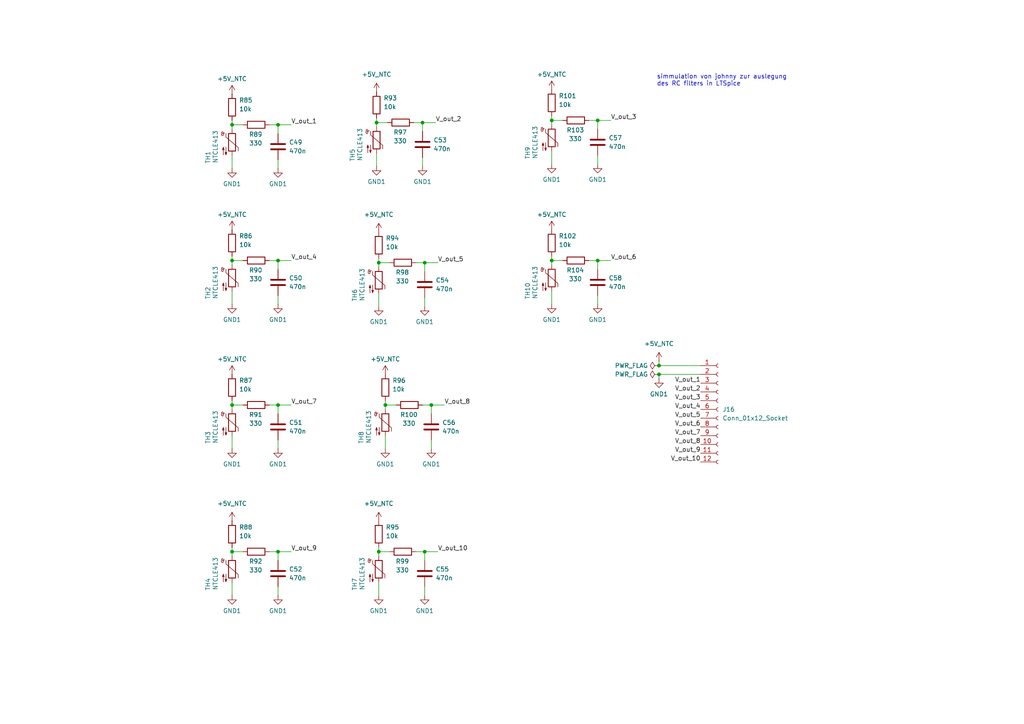
<source format=kicad_sch>
(kicad_sch
	(version 20231120)
	(generator "eeschema")
	(generator_version "8.0")
	(uuid "c04fa1e9-ff14-4ce8-b8e4-68ac8a1e4cda")
	(paper "A4")
	(lib_symbols
		(symbol "Connector:Conn_01x12_Socket"
			(pin_names
				(offset 1.016) hide)
			(exclude_from_sim no)
			(in_bom yes)
			(on_board yes)
			(property "Reference" "J"
				(at 0 15.24 0)
				(effects
					(font
						(size 1.27 1.27)
					)
				)
			)
			(property "Value" "Conn_01x12_Socket"
				(at 0 -17.78 0)
				(effects
					(font
						(size 1.27 1.27)
					)
				)
			)
			(property "Footprint" ""
				(at 0 0 0)
				(effects
					(font
						(size 1.27 1.27)
					)
					(hide yes)
				)
			)
			(property "Datasheet" "~"
				(at 0 0 0)
				(effects
					(font
						(size 1.27 1.27)
					)
					(hide yes)
				)
			)
			(property "Description" "Generic connector, single row, 01x12, script generated"
				(at 0 0 0)
				(effects
					(font
						(size 1.27 1.27)
					)
					(hide yes)
				)
			)
			(property "ki_locked" ""
				(at 0 0 0)
				(effects
					(font
						(size 1.27 1.27)
					)
				)
			)
			(property "ki_keywords" "connector"
				(at 0 0 0)
				(effects
					(font
						(size 1.27 1.27)
					)
					(hide yes)
				)
			)
			(property "ki_fp_filters" "Connector*:*_1x??_*"
				(at 0 0 0)
				(effects
					(font
						(size 1.27 1.27)
					)
					(hide yes)
				)
			)
			(symbol "Conn_01x12_Socket_1_1"
				(arc
					(start 0 -14.732)
					(mid -0.5058 -15.24)
					(end 0 -15.748)
					(stroke
						(width 0.1524)
						(type default)
					)
					(fill
						(type none)
					)
				)
				(arc
					(start 0 -12.192)
					(mid -0.5058 -12.7)
					(end 0 -13.208)
					(stroke
						(width 0.1524)
						(type default)
					)
					(fill
						(type none)
					)
				)
				(arc
					(start 0 -9.652)
					(mid -0.5058 -10.16)
					(end 0 -10.668)
					(stroke
						(width 0.1524)
						(type default)
					)
					(fill
						(type none)
					)
				)
				(arc
					(start 0 -7.112)
					(mid -0.5058 -7.62)
					(end 0 -8.128)
					(stroke
						(width 0.1524)
						(type default)
					)
					(fill
						(type none)
					)
				)
				(arc
					(start 0 -4.572)
					(mid -0.5058 -5.08)
					(end 0 -5.588)
					(stroke
						(width 0.1524)
						(type default)
					)
					(fill
						(type none)
					)
				)
				(arc
					(start 0 -2.032)
					(mid -0.5058 -2.54)
					(end 0 -3.048)
					(stroke
						(width 0.1524)
						(type default)
					)
					(fill
						(type none)
					)
				)
				(polyline
					(pts
						(xy -1.27 -15.24) (xy -0.508 -15.24)
					)
					(stroke
						(width 0.1524)
						(type default)
					)
					(fill
						(type none)
					)
				)
				(polyline
					(pts
						(xy -1.27 -12.7) (xy -0.508 -12.7)
					)
					(stroke
						(width 0.1524)
						(type default)
					)
					(fill
						(type none)
					)
				)
				(polyline
					(pts
						(xy -1.27 -10.16) (xy -0.508 -10.16)
					)
					(stroke
						(width 0.1524)
						(type default)
					)
					(fill
						(type none)
					)
				)
				(polyline
					(pts
						(xy -1.27 -7.62) (xy -0.508 -7.62)
					)
					(stroke
						(width 0.1524)
						(type default)
					)
					(fill
						(type none)
					)
				)
				(polyline
					(pts
						(xy -1.27 -5.08) (xy -0.508 -5.08)
					)
					(stroke
						(width 0.1524)
						(type default)
					)
					(fill
						(type none)
					)
				)
				(polyline
					(pts
						(xy -1.27 -2.54) (xy -0.508 -2.54)
					)
					(stroke
						(width 0.1524)
						(type default)
					)
					(fill
						(type none)
					)
				)
				(polyline
					(pts
						(xy -1.27 0) (xy -0.508 0)
					)
					(stroke
						(width 0.1524)
						(type default)
					)
					(fill
						(type none)
					)
				)
				(polyline
					(pts
						(xy -1.27 2.54) (xy -0.508 2.54)
					)
					(stroke
						(width 0.1524)
						(type default)
					)
					(fill
						(type none)
					)
				)
				(polyline
					(pts
						(xy -1.27 5.08) (xy -0.508 5.08)
					)
					(stroke
						(width 0.1524)
						(type default)
					)
					(fill
						(type none)
					)
				)
				(polyline
					(pts
						(xy -1.27 7.62) (xy -0.508 7.62)
					)
					(stroke
						(width 0.1524)
						(type default)
					)
					(fill
						(type none)
					)
				)
				(polyline
					(pts
						(xy -1.27 10.16) (xy -0.508 10.16)
					)
					(stroke
						(width 0.1524)
						(type default)
					)
					(fill
						(type none)
					)
				)
				(polyline
					(pts
						(xy -1.27 12.7) (xy -0.508 12.7)
					)
					(stroke
						(width 0.1524)
						(type default)
					)
					(fill
						(type none)
					)
				)
				(arc
					(start 0 0.508)
					(mid -0.5058 0)
					(end 0 -0.508)
					(stroke
						(width 0.1524)
						(type default)
					)
					(fill
						(type none)
					)
				)
				(arc
					(start 0 3.048)
					(mid -0.5058 2.54)
					(end 0 2.032)
					(stroke
						(width 0.1524)
						(type default)
					)
					(fill
						(type none)
					)
				)
				(arc
					(start 0 5.588)
					(mid -0.5058 5.08)
					(end 0 4.572)
					(stroke
						(width 0.1524)
						(type default)
					)
					(fill
						(type none)
					)
				)
				(arc
					(start 0 8.128)
					(mid -0.5058 7.62)
					(end 0 7.112)
					(stroke
						(width 0.1524)
						(type default)
					)
					(fill
						(type none)
					)
				)
				(arc
					(start 0 10.668)
					(mid -0.5058 10.16)
					(end 0 9.652)
					(stroke
						(width 0.1524)
						(type default)
					)
					(fill
						(type none)
					)
				)
				(arc
					(start 0 13.208)
					(mid -0.5058 12.7)
					(end 0 12.192)
					(stroke
						(width 0.1524)
						(type default)
					)
					(fill
						(type none)
					)
				)
				(pin passive line
					(at -5.08 12.7 0)
					(length 3.81)
					(name "Pin_1"
						(effects
							(font
								(size 1.27 1.27)
							)
						)
					)
					(number "1"
						(effects
							(font
								(size 1.27 1.27)
							)
						)
					)
				)
				(pin passive line
					(at -5.08 -10.16 0)
					(length 3.81)
					(name "Pin_10"
						(effects
							(font
								(size 1.27 1.27)
							)
						)
					)
					(number "10"
						(effects
							(font
								(size 1.27 1.27)
							)
						)
					)
				)
				(pin passive line
					(at -5.08 -12.7 0)
					(length 3.81)
					(name "Pin_11"
						(effects
							(font
								(size 1.27 1.27)
							)
						)
					)
					(number "11"
						(effects
							(font
								(size 1.27 1.27)
							)
						)
					)
				)
				(pin passive line
					(at -5.08 -15.24 0)
					(length 3.81)
					(name "Pin_12"
						(effects
							(font
								(size 1.27 1.27)
							)
						)
					)
					(number "12"
						(effects
							(font
								(size 1.27 1.27)
							)
						)
					)
				)
				(pin passive line
					(at -5.08 10.16 0)
					(length 3.81)
					(name "Pin_2"
						(effects
							(font
								(size 1.27 1.27)
							)
						)
					)
					(number "2"
						(effects
							(font
								(size 1.27 1.27)
							)
						)
					)
				)
				(pin passive line
					(at -5.08 7.62 0)
					(length 3.81)
					(name "Pin_3"
						(effects
							(font
								(size 1.27 1.27)
							)
						)
					)
					(number "3"
						(effects
							(font
								(size 1.27 1.27)
							)
						)
					)
				)
				(pin passive line
					(at -5.08 5.08 0)
					(length 3.81)
					(name "Pin_4"
						(effects
							(font
								(size 1.27 1.27)
							)
						)
					)
					(number "4"
						(effects
							(font
								(size 1.27 1.27)
							)
						)
					)
				)
				(pin passive line
					(at -5.08 2.54 0)
					(length 3.81)
					(name "Pin_5"
						(effects
							(font
								(size 1.27 1.27)
							)
						)
					)
					(number "5"
						(effects
							(font
								(size 1.27 1.27)
							)
						)
					)
				)
				(pin passive line
					(at -5.08 0 0)
					(length 3.81)
					(name "Pin_6"
						(effects
							(font
								(size 1.27 1.27)
							)
						)
					)
					(number "6"
						(effects
							(font
								(size 1.27 1.27)
							)
						)
					)
				)
				(pin passive line
					(at -5.08 -2.54 0)
					(length 3.81)
					(name "Pin_7"
						(effects
							(font
								(size 1.27 1.27)
							)
						)
					)
					(number "7"
						(effects
							(font
								(size 1.27 1.27)
							)
						)
					)
				)
				(pin passive line
					(at -5.08 -5.08 0)
					(length 3.81)
					(name "Pin_8"
						(effects
							(font
								(size 1.27 1.27)
							)
						)
					)
					(number "8"
						(effects
							(font
								(size 1.27 1.27)
							)
						)
					)
				)
				(pin passive line
					(at -5.08 -7.62 0)
					(length 3.81)
					(name "Pin_9"
						(effects
							(font
								(size 1.27 1.27)
							)
						)
					)
					(number "9"
						(effects
							(font
								(size 1.27 1.27)
							)
						)
					)
				)
			)
		)
		(symbol "Device:C"
			(pin_numbers hide)
			(pin_names
				(offset 0.254)
			)
			(exclude_from_sim no)
			(in_bom yes)
			(on_board yes)
			(property "Reference" "C"
				(at 0.635 2.54 0)
				(effects
					(font
						(size 1.27 1.27)
					)
					(justify left)
				)
			)
			(property "Value" "C"
				(at 0.635 -2.54 0)
				(effects
					(font
						(size 1.27 1.27)
					)
					(justify left)
				)
			)
			(property "Footprint" ""
				(at 0.9652 -3.81 0)
				(effects
					(font
						(size 1.27 1.27)
					)
					(hide yes)
				)
			)
			(property "Datasheet" "~"
				(at 0 0 0)
				(effects
					(font
						(size 1.27 1.27)
					)
					(hide yes)
				)
			)
			(property "Description" "Unpolarized capacitor"
				(at 0 0 0)
				(effects
					(font
						(size 1.27 1.27)
					)
					(hide yes)
				)
			)
			(property "ki_keywords" "cap capacitor"
				(at 0 0 0)
				(effects
					(font
						(size 1.27 1.27)
					)
					(hide yes)
				)
			)
			(property "ki_fp_filters" "C_*"
				(at 0 0 0)
				(effects
					(font
						(size 1.27 1.27)
					)
					(hide yes)
				)
			)
			(symbol "C_0_1"
				(polyline
					(pts
						(xy -2.032 -0.762) (xy 2.032 -0.762)
					)
					(stroke
						(width 0.508)
						(type default)
					)
					(fill
						(type none)
					)
				)
				(polyline
					(pts
						(xy -2.032 0.762) (xy 2.032 0.762)
					)
					(stroke
						(width 0.508)
						(type default)
					)
					(fill
						(type none)
					)
				)
			)
			(symbol "C_1_1"
				(pin passive line
					(at 0 3.81 270)
					(length 2.794)
					(name "~"
						(effects
							(font
								(size 1.27 1.27)
							)
						)
					)
					(number "1"
						(effects
							(font
								(size 1.27 1.27)
							)
						)
					)
				)
				(pin passive line
					(at 0 -3.81 90)
					(length 2.794)
					(name "~"
						(effects
							(font
								(size 1.27 1.27)
							)
						)
					)
					(number "2"
						(effects
							(font
								(size 1.27 1.27)
							)
						)
					)
				)
			)
		)
		(symbol "Device:R"
			(pin_numbers hide)
			(pin_names
				(offset 0)
			)
			(exclude_from_sim no)
			(in_bom yes)
			(on_board yes)
			(property "Reference" "R"
				(at 2.032 0 90)
				(effects
					(font
						(size 1.27 1.27)
					)
				)
			)
			(property "Value" "R"
				(at 0 0 90)
				(effects
					(font
						(size 1.27 1.27)
					)
				)
			)
			(property "Footprint" ""
				(at -1.778 0 90)
				(effects
					(font
						(size 1.27 1.27)
					)
					(hide yes)
				)
			)
			(property "Datasheet" "~"
				(at 0 0 0)
				(effects
					(font
						(size 1.27 1.27)
					)
					(hide yes)
				)
			)
			(property "Description" "Resistor"
				(at 0 0 0)
				(effects
					(font
						(size 1.27 1.27)
					)
					(hide yes)
				)
			)
			(property "ki_keywords" "R res resistor"
				(at 0 0 0)
				(effects
					(font
						(size 1.27 1.27)
					)
					(hide yes)
				)
			)
			(property "ki_fp_filters" "R_*"
				(at 0 0 0)
				(effects
					(font
						(size 1.27 1.27)
					)
					(hide yes)
				)
			)
			(symbol "R_0_1"
				(rectangle
					(start -1.016 -2.54)
					(end 1.016 2.54)
					(stroke
						(width 0.254)
						(type default)
					)
					(fill
						(type none)
					)
				)
			)
			(symbol "R_1_1"
				(pin passive line
					(at 0 3.81 270)
					(length 1.27)
					(name "~"
						(effects
							(font
								(size 1.27 1.27)
							)
						)
					)
					(number "1"
						(effects
							(font
								(size 1.27 1.27)
							)
						)
					)
				)
				(pin passive line
					(at 0 -3.81 90)
					(length 1.27)
					(name "~"
						(effects
							(font
								(size 1.27 1.27)
							)
						)
					)
					(number "2"
						(effects
							(font
								(size 1.27 1.27)
							)
						)
					)
				)
			)
		)
		(symbol "Device:Thermistor_NTC"
			(pin_numbers hide)
			(pin_names
				(offset 0)
			)
			(exclude_from_sim no)
			(in_bom yes)
			(on_board yes)
			(property "Reference" "TH"
				(at -4.445 0 90)
				(effects
					(font
						(size 1.27 1.27)
					)
				)
			)
			(property "Value" "Thermistor_NTC"
				(at 3.175 0 90)
				(effects
					(font
						(size 1.27 1.27)
					)
				)
			)
			(property "Footprint" ""
				(at 0 1.27 0)
				(effects
					(font
						(size 1.27 1.27)
					)
					(hide yes)
				)
			)
			(property "Datasheet" "~"
				(at 0 1.27 0)
				(effects
					(font
						(size 1.27 1.27)
					)
					(hide yes)
				)
			)
			(property "Description" "Temperature dependent resistor, negative temperature coefficient"
				(at 0 0 0)
				(effects
					(font
						(size 1.27 1.27)
					)
					(hide yes)
				)
			)
			(property "ki_keywords" "thermistor NTC resistor sensor RTD"
				(at 0 0 0)
				(effects
					(font
						(size 1.27 1.27)
					)
					(hide yes)
				)
			)
			(property "ki_fp_filters" "*NTC* *Thermistor* PIN?ARRAY* bornier* *Terminal?Block* R_*"
				(at 0 0 0)
				(effects
					(font
						(size 1.27 1.27)
					)
					(hide yes)
				)
			)
			(symbol "Thermistor_NTC_0_1"
				(arc
					(start -3.048 2.159)
					(mid -3.0495 2.3143)
					(end -3.175 2.413)
					(stroke
						(width 0)
						(type default)
					)
					(fill
						(type none)
					)
				)
				(arc
					(start -3.048 2.159)
					(mid -2.9736 1.9794)
					(end -2.794 1.905)
					(stroke
						(width 0)
						(type default)
					)
					(fill
						(type none)
					)
				)
				(arc
					(start -3.048 2.794)
					(mid -2.9736 2.6144)
					(end -2.794 2.54)
					(stroke
						(width 0)
						(type default)
					)
					(fill
						(type none)
					)
				)
				(arc
					(start -2.794 1.905)
					(mid -2.6144 1.9794)
					(end -2.54 2.159)
					(stroke
						(width 0)
						(type default)
					)
					(fill
						(type none)
					)
				)
				(arc
					(start -2.794 2.54)
					(mid -2.4393 2.5587)
					(end -2.159 2.794)
					(stroke
						(width 0)
						(type default)
					)
					(fill
						(type none)
					)
				)
				(arc
					(start -2.794 3.048)
					(mid -2.9736 2.9736)
					(end -3.048 2.794)
					(stroke
						(width 0)
						(type default)
					)
					(fill
						(type none)
					)
				)
				(arc
					(start -2.54 2.794)
					(mid -2.6144 2.9736)
					(end -2.794 3.048)
					(stroke
						(width 0)
						(type default)
					)
					(fill
						(type none)
					)
				)
				(rectangle
					(start -1.016 2.54)
					(end 1.016 -2.54)
					(stroke
						(width 0.254)
						(type default)
					)
					(fill
						(type none)
					)
				)
				(polyline
					(pts
						(xy -2.54 2.159) (xy -2.54 2.794)
					)
					(stroke
						(width 0)
						(type default)
					)
					(fill
						(type none)
					)
				)
				(polyline
					(pts
						(xy -1.778 2.54) (xy -1.778 1.524) (xy 1.778 -1.524) (xy 1.778 -2.54)
					)
					(stroke
						(width 0)
						(type default)
					)
					(fill
						(type none)
					)
				)
				(polyline
					(pts
						(xy -2.54 -3.683) (xy -2.54 -1.397) (xy -2.794 -2.159) (xy -2.286 -2.159) (xy -2.54 -1.397) (xy -2.54 -1.651)
					)
					(stroke
						(width 0)
						(type default)
					)
					(fill
						(type outline)
					)
				)
				(polyline
					(pts
						(xy -1.778 -1.397) (xy -1.778 -3.683) (xy -2.032 -2.921) (xy -1.524 -2.921) (xy -1.778 -3.683)
						(xy -1.778 -3.429)
					)
					(stroke
						(width 0)
						(type default)
					)
					(fill
						(type outline)
					)
				)
			)
			(symbol "Thermistor_NTC_1_1"
				(pin passive line
					(at 0 3.81 270)
					(length 1.27)
					(name "~"
						(effects
							(font
								(size 1.27 1.27)
							)
						)
					)
					(number "1"
						(effects
							(font
								(size 1.27 1.27)
							)
						)
					)
				)
				(pin passive line
					(at 0 -3.81 90)
					(length 1.27)
					(name "~"
						(effects
							(font
								(size 1.27 1.27)
							)
						)
					)
					(number "2"
						(effects
							(font
								(size 1.27 1.27)
							)
						)
					)
				)
			)
		)
		(symbol "power:+5V"
			(power)
			(pin_numbers hide)
			(pin_names
				(offset 0) hide)
			(exclude_from_sim no)
			(in_bom yes)
			(on_board yes)
			(property "Reference" "#PWR"
				(at 0 -3.81 0)
				(effects
					(font
						(size 1.27 1.27)
					)
					(hide yes)
				)
			)
			(property "Value" "+5V"
				(at 0 3.556 0)
				(effects
					(font
						(size 1.27 1.27)
					)
				)
			)
			(property "Footprint" ""
				(at 0 0 0)
				(effects
					(font
						(size 1.27 1.27)
					)
					(hide yes)
				)
			)
			(property "Datasheet" ""
				(at 0 0 0)
				(effects
					(font
						(size 1.27 1.27)
					)
					(hide yes)
				)
			)
			(property "Description" "Power symbol creates a global label with name \"+5V\""
				(at 0 0 0)
				(effects
					(font
						(size 1.27 1.27)
					)
					(hide yes)
				)
			)
			(property "ki_keywords" "global power"
				(at 0 0 0)
				(effects
					(font
						(size 1.27 1.27)
					)
					(hide yes)
				)
			)
			(symbol "+5V_0_1"
				(polyline
					(pts
						(xy -0.762 1.27) (xy 0 2.54)
					)
					(stroke
						(width 0)
						(type default)
					)
					(fill
						(type none)
					)
				)
				(polyline
					(pts
						(xy 0 0) (xy 0 2.54)
					)
					(stroke
						(width 0)
						(type default)
					)
					(fill
						(type none)
					)
				)
				(polyline
					(pts
						(xy 0 2.54) (xy 0.762 1.27)
					)
					(stroke
						(width 0)
						(type default)
					)
					(fill
						(type none)
					)
				)
			)
			(symbol "+5V_1_1"
				(pin power_in line
					(at 0 0 90)
					(length 0)
					(name "~"
						(effects
							(font
								(size 1.27 1.27)
							)
						)
					)
					(number "1"
						(effects
							(font
								(size 1.27 1.27)
							)
						)
					)
				)
			)
		)
		(symbol "power:GND1"
			(power)
			(pin_numbers hide)
			(pin_names
				(offset 0) hide)
			(exclude_from_sim no)
			(in_bom yes)
			(on_board yes)
			(property "Reference" "#PWR"
				(at 0 -6.35 0)
				(effects
					(font
						(size 1.27 1.27)
					)
					(hide yes)
				)
			)
			(property "Value" "GND1"
				(at 0 -3.81 0)
				(effects
					(font
						(size 1.27 1.27)
					)
				)
			)
			(property "Footprint" ""
				(at 0 0 0)
				(effects
					(font
						(size 1.27 1.27)
					)
					(hide yes)
				)
			)
			(property "Datasheet" ""
				(at 0 0 0)
				(effects
					(font
						(size 1.27 1.27)
					)
					(hide yes)
				)
			)
			(property "Description" "Power symbol creates a global label with name \"GND1\" , ground"
				(at 0 0 0)
				(effects
					(font
						(size 1.27 1.27)
					)
					(hide yes)
				)
			)
			(property "ki_keywords" "global power"
				(at 0 0 0)
				(effects
					(font
						(size 1.27 1.27)
					)
					(hide yes)
				)
			)
			(symbol "GND1_0_1"
				(polyline
					(pts
						(xy 0 0) (xy 0 -1.27) (xy 1.27 -1.27) (xy 0 -2.54) (xy -1.27 -1.27) (xy 0 -1.27)
					)
					(stroke
						(width 0)
						(type default)
					)
					(fill
						(type none)
					)
				)
			)
			(symbol "GND1_1_1"
				(pin power_in line
					(at 0 0 270)
					(length 0)
					(name "~"
						(effects
							(font
								(size 1.27 1.27)
							)
						)
					)
					(number "1"
						(effects
							(font
								(size 1.27 1.27)
							)
						)
					)
				)
			)
		)
		(symbol "power:PWR_FLAG"
			(power)
			(pin_numbers hide)
			(pin_names
				(offset 0) hide)
			(exclude_from_sim no)
			(in_bom yes)
			(on_board yes)
			(property "Reference" "#FLG"
				(at 0 1.905 0)
				(effects
					(font
						(size 1.27 1.27)
					)
					(hide yes)
				)
			)
			(property "Value" "PWR_FLAG"
				(at 0 3.81 0)
				(effects
					(font
						(size 1.27 1.27)
					)
				)
			)
			(property "Footprint" ""
				(at 0 0 0)
				(effects
					(font
						(size 1.27 1.27)
					)
					(hide yes)
				)
			)
			(property "Datasheet" "~"
				(at 0 0 0)
				(effects
					(font
						(size 1.27 1.27)
					)
					(hide yes)
				)
			)
			(property "Description" "Special symbol for telling ERC where power comes from"
				(at 0 0 0)
				(effects
					(font
						(size 1.27 1.27)
					)
					(hide yes)
				)
			)
			(property "ki_keywords" "flag power"
				(at 0 0 0)
				(effects
					(font
						(size 1.27 1.27)
					)
					(hide yes)
				)
			)
			(symbol "PWR_FLAG_0_0"
				(pin power_out line
					(at 0 0 90)
					(length 0)
					(name "~"
						(effects
							(font
								(size 1.27 1.27)
							)
						)
					)
					(number "1"
						(effects
							(font
								(size 1.27 1.27)
							)
						)
					)
				)
			)
			(symbol "PWR_FLAG_0_1"
				(polyline
					(pts
						(xy 0 0) (xy 0 1.27) (xy -1.016 1.905) (xy 0 2.54) (xy 1.016 1.905) (xy 0 1.27)
					)
					(stroke
						(width 0)
						(type default)
					)
					(fill
						(type none)
					)
				)
			)
		)
	)
	(junction
		(at 67.31 160.02)
		(diameter 0)
		(color 0 0 0 0)
		(uuid "01fb401c-c95a-41ca-9934-8a7e7b81bffd")
	)
	(junction
		(at 67.31 117.475)
		(diameter 0)
		(color 0 0 0 0)
		(uuid "0847b9ca-0a1c-46f0-b1ea-5dc81f91fb2a")
	)
	(junction
		(at 160.02 75.565)
		(diameter 0)
		(color 0 0 0 0)
		(uuid "11df4e94-ecc9-4952-9c0c-cd9ddb20b998")
	)
	(junction
		(at 80.645 36.195)
		(diameter 0)
		(color 0 0 0 0)
		(uuid "1b1d9fe1-28ea-449c-a63c-d0b6e2fe3276")
	)
	(junction
		(at 123.19 76.2)
		(diameter 0)
		(color 0 0 0 0)
		(uuid "1f52d40d-de37-48b0-a69e-8ae1d28aa0e7")
	)
	(junction
		(at 109.855 160.02)
		(diameter 0)
		(color 0 0 0 0)
		(uuid "21fa2cf2-6643-450f-9b3b-d185ef9aa089")
	)
	(junction
		(at 123.19 160.02)
		(diameter 0)
		(color 0 0 0 0)
		(uuid "4d794a22-5501-43bb-ad28-0d9af24a8af2")
	)
	(junction
		(at 80.645 160.02)
		(diameter 0)
		(color 0 0 0 0)
		(uuid "5eb1bdc0-5e86-4168-9085-8954f9008253")
	)
	(junction
		(at 125.095 117.475)
		(diameter 0)
		(color 0 0 0 0)
		(uuid "6ad276b1-c67d-4da7-993a-7fba78c75dcf")
	)
	(junction
		(at 67.31 36.195)
		(diameter 0)
		(color 0 0 0 0)
		(uuid "6ffde988-d1b9-4e5a-94e2-c4b766b195e6")
	)
	(junction
		(at 122.555 35.56)
		(diameter 0)
		(color 0 0 0 0)
		(uuid "75073320-32c2-4d03-bd64-6c51e9e8bab2")
	)
	(junction
		(at 173.355 75.565)
		(diameter 0)
		(color 0 0 0 0)
		(uuid "8ddf13bb-4ae8-4ed6-88fc-150e1a8fceda")
	)
	(junction
		(at 80.645 75.565)
		(diameter 0)
		(color 0 0 0 0)
		(uuid "9f0bc0fc-3b7c-4b93-8561-55714d207f35")
	)
	(junction
		(at 191.135 106.045)
		(diameter 0)
		(color 0 0 0 0)
		(uuid "9f29537e-51c8-4371-ab29-ab895d49e26b")
	)
	(junction
		(at 160.02 34.925)
		(diameter 0)
		(color 0 0 0 0)
		(uuid "a5d40e78-aa87-4584-b256-812d31e56220")
	)
	(junction
		(at 109.22 35.56)
		(diameter 0)
		(color 0 0 0 0)
		(uuid "c06bd450-6337-457c-85d6-97a79997365c")
	)
	(junction
		(at 67.31 75.565)
		(diameter 0)
		(color 0 0 0 0)
		(uuid "c936cf66-68a3-43ed-8889-ef9aef24fcce")
	)
	(junction
		(at 80.645 117.475)
		(diameter 0)
		(color 0 0 0 0)
		(uuid "dfa73a03-8a7f-42c0-9613-f70531bfe634")
	)
	(junction
		(at 173.355 34.925)
		(diameter 0)
		(color 0 0 0 0)
		(uuid "e065e274-b97d-430d-b8f3-78ac7555fd17")
	)
	(junction
		(at 109.855 76.2)
		(diameter 0)
		(color 0 0 0 0)
		(uuid "f700d287-49d4-47c8-b83e-3ff34e32540d")
	)
	(junction
		(at 191.135 108.585)
		(diameter 0)
		(color 0 0 0 0)
		(uuid "f7a6d33a-1360-4e3c-a385-047eef8a9048")
	)
	(junction
		(at 111.76 117.475)
		(diameter 0)
		(color 0 0 0 0)
		(uuid "fdfdcc8f-d662-4303-8301-21e070710f7a")
	)
	(wire
		(pts
			(xy 203.2 106.045) (xy 191.135 106.045)
		)
		(stroke
			(width 0)
			(type default)
		)
		(uuid "04bd9d85-b83c-4347-857e-fc3e11502b9f")
	)
	(wire
		(pts
			(xy 67.31 74.295) (xy 67.31 75.565)
		)
		(stroke
			(width 0)
			(type default)
		)
		(uuid "05867618-329b-47dd-9888-267c91ce9118")
	)
	(wire
		(pts
			(xy 67.31 158.75) (xy 67.31 160.02)
		)
		(stroke
			(width 0)
			(type default)
		)
		(uuid "09229c9c-dd0a-43a0-ae37-68006e44797e")
	)
	(wire
		(pts
			(xy 67.31 160.02) (xy 67.31 161.29)
		)
		(stroke
			(width 0)
			(type default)
		)
		(uuid "0a61b3d1-e9d8-4ba1-bb3f-15c8742ecb20")
	)
	(wire
		(pts
			(xy 109.855 160.02) (xy 113.03 160.02)
		)
		(stroke
			(width 0)
			(type default)
		)
		(uuid "0fbc10fd-2d1f-43fe-ab98-fa77d422e977")
	)
	(wire
		(pts
			(xy 111.76 117.475) (xy 111.76 118.745)
		)
		(stroke
			(width 0)
			(type default)
		)
		(uuid "12e38cd6-5cf9-4eaa-a631-5d32fb118ff5")
	)
	(wire
		(pts
			(xy 80.645 36.195) (xy 84.455 36.195)
		)
		(stroke
			(width 0)
			(type default)
		)
		(uuid "1519fe6d-dc2d-4115-951e-e1f46902d14f")
	)
	(wire
		(pts
			(xy 67.31 116.205) (xy 67.31 117.475)
		)
		(stroke
			(width 0)
			(type default)
		)
		(uuid "1b97dc00-52a9-4e67-a44b-9ec720d23fc9")
	)
	(wire
		(pts
			(xy 111.76 126.365) (xy 111.76 130.175)
		)
		(stroke
			(width 0)
			(type default)
		)
		(uuid "1cdbaeb3-20fd-4494-8b8a-22c7cecc748f")
	)
	(wire
		(pts
			(xy 80.645 160.02) (xy 80.645 162.56)
		)
		(stroke
			(width 0)
			(type default)
		)
		(uuid "1dd6ebbf-27a5-44ee-bec0-0743b5a41dc6")
	)
	(wire
		(pts
			(xy 80.645 88.265) (xy 80.645 85.725)
		)
		(stroke
			(width 0)
			(type default)
		)
		(uuid "22b56279-4a73-48b4-8012-6a4a9f97c8ef")
	)
	(wire
		(pts
			(xy 80.645 130.175) (xy 80.645 127.635)
		)
		(stroke
			(width 0)
			(type default)
		)
		(uuid "269e5df9-8ea8-432e-a808-d8e27224a097")
	)
	(wire
		(pts
			(xy 67.31 45.085) (xy 67.31 48.895)
		)
		(stroke
			(width 0)
			(type default)
		)
		(uuid "2cb32a9a-08ed-467d-8ea2-34b6cf7bfa36")
	)
	(wire
		(pts
			(xy 173.355 75.565) (xy 173.355 78.105)
		)
		(stroke
			(width 0)
			(type default)
		)
		(uuid "33c995b0-d84a-4e9c-b5f4-84b73530cfef")
	)
	(wire
		(pts
			(xy 191.135 106.045) (xy 191.135 104.775)
		)
		(stroke
			(width 0)
			(type default)
		)
		(uuid "34ce4d70-ad81-4c7e-ad37-2655b6e4abda")
	)
	(wire
		(pts
			(xy 109.22 35.56) (xy 109.22 36.83)
		)
		(stroke
			(width 0)
			(type default)
		)
		(uuid "3637e183-9444-434b-ab65-bd6bf43dccc1")
	)
	(wire
		(pts
			(xy 109.855 160.02) (xy 109.855 161.29)
		)
		(stroke
			(width 0)
			(type default)
		)
		(uuid "3878be4c-2019-481e-888d-274bf39c12dd")
	)
	(wire
		(pts
			(xy 109.855 158.75) (xy 109.855 160.02)
		)
		(stroke
			(width 0)
			(type default)
		)
		(uuid "3981178f-ad8f-4541-b4f3-e619ac67186c")
	)
	(wire
		(pts
			(xy 109.855 85.09) (xy 109.855 88.9)
		)
		(stroke
			(width 0)
			(type default)
		)
		(uuid "3b5be0d3-72c9-4a61-b049-68b4658eb119")
	)
	(wire
		(pts
			(xy 160.02 75.565) (xy 160.02 76.835)
		)
		(stroke
			(width 0)
			(type default)
		)
		(uuid "3e256d86-137c-4182-9bec-a787b3e3160f")
	)
	(wire
		(pts
			(xy 109.22 44.45) (xy 109.22 48.26)
		)
		(stroke
			(width 0)
			(type default)
		)
		(uuid "3e924cd6-663e-4824-90ff-62dd86d4e2c9")
	)
	(wire
		(pts
			(xy 67.31 36.195) (xy 67.31 37.465)
		)
		(stroke
			(width 0)
			(type default)
		)
		(uuid "47bda7fd-7b36-4985-a056-bde39d01be27")
	)
	(wire
		(pts
			(xy 160.02 34.925) (xy 160.02 36.195)
		)
		(stroke
			(width 0)
			(type default)
		)
		(uuid "48dabde1-11ce-4184-9439-a2f8230b8a87")
	)
	(wire
		(pts
			(xy 170.815 75.565) (xy 173.355 75.565)
		)
		(stroke
			(width 0)
			(type default)
		)
		(uuid "490ed9e9-18a1-4dd6-8a0e-289e7e6e9900")
	)
	(wire
		(pts
			(xy 123.19 160.02) (xy 127 160.02)
		)
		(stroke
			(width 0)
			(type default)
		)
		(uuid "4a4af83f-858b-45de-ab67-e57ede698612")
	)
	(wire
		(pts
			(xy 67.31 117.475) (xy 67.31 118.745)
		)
		(stroke
			(width 0)
			(type default)
		)
		(uuid "4d18d1a4-7eb8-4de6-a24e-f24874806ce6")
	)
	(wire
		(pts
			(xy 80.645 75.565) (xy 80.645 78.105)
		)
		(stroke
			(width 0)
			(type default)
		)
		(uuid "5189202a-cd66-4afc-ba5b-9a1b5b1581c6")
	)
	(wire
		(pts
			(xy 109.855 168.91) (xy 109.855 172.72)
		)
		(stroke
			(width 0)
			(type default)
		)
		(uuid "5a4a7597-eda6-4950-b468-3f9456ff3015")
	)
	(wire
		(pts
			(xy 125.095 117.475) (xy 128.905 117.475)
		)
		(stroke
			(width 0)
			(type default)
		)
		(uuid "5f63a578-c279-489d-81bc-87419518fc53")
	)
	(wire
		(pts
			(xy 122.555 35.56) (xy 126.365 35.56)
		)
		(stroke
			(width 0)
			(type default)
		)
		(uuid "619b3bb9-a5a9-4bca-b182-c00731e119b7")
	)
	(wire
		(pts
			(xy 170.815 34.925) (xy 173.355 34.925)
		)
		(stroke
			(width 0)
			(type default)
		)
		(uuid "68436125-8aa1-49f0-916b-ad5257a7023c")
	)
	(wire
		(pts
			(xy 122.555 35.56) (xy 122.555 38.1)
		)
		(stroke
			(width 0)
			(type default)
		)
		(uuid "6a3b0c17-d9fd-45a9-ba54-e1c9cda9419e")
	)
	(wire
		(pts
			(xy 78.105 75.565) (xy 80.645 75.565)
		)
		(stroke
			(width 0)
			(type default)
		)
		(uuid "6ca1a23c-7450-4c53-a1ac-ccd9564a22a5")
	)
	(wire
		(pts
			(xy 173.355 88.265) (xy 173.355 85.725)
		)
		(stroke
			(width 0)
			(type default)
		)
		(uuid "6ddbeeb4-ca91-4394-924a-115c5bcb3f55")
	)
	(wire
		(pts
			(xy 80.645 117.475) (xy 80.645 120.015)
		)
		(stroke
			(width 0)
			(type default)
		)
		(uuid "6e2f45d2-3e57-4762-9610-34f2dc35d9ae")
	)
	(wire
		(pts
			(xy 125.095 117.475) (xy 125.095 120.015)
		)
		(stroke
			(width 0)
			(type default)
		)
		(uuid "6f0277cd-1e96-4f7f-bec3-03176c48c4de")
	)
	(wire
		(pts
			(xy 173.355 34.925) (xy 173.355 37.465)
		)
		(stroke
			(width 0)
			(type default)
		)
		(uuid "71233b7d-9c9a-42c6-8859-ad8469f49fbc")
	)
	(wire
		(pts
			(xy 67.31 126.365) (xy 67.31 130.175)
		)
		(stroke
			(width 0)
			(type default)
		)
		(uuid "72a591f0-6502-477b-baf0-9d060c0350f4")
	)
	(wire
		(pts
			(xy 80.645 36.195) (xy 80.645 38.735)
		)
		(stroke
			(width 0)
			(type default)
		)
		(uuid "7345c3a8-140f-4493-b9bd-860da7208990")
	)
	(wire
		(pts
			(xy 160.02 74.295) (xy 160.02 75.565)
		)
		(stroke
			(width 0)
			(type default)
		)
		(uuid "749c5ba4-37d5-43b3-a68a-b3f4dd2b7254")
	)
	(wire
		(pts
			(xy 80.645 117.475) (xy 84.455 117.475)
		)
		(stroke
			(width 0)
			(type default)
		)
		(uuid "75363d5f-b9c7-493f-80c6-0462362b522d")
	)
	(wire
		(pts
			(xy 160.02 34.925) (xy 163.195 34.925)
		)
		(stroke
			(width 0)
			(type default)
		)
		(uuid "75fa0159-07f1-408a-ad12-1180d4fa99c5")
	)
	(wire
		(pts
			(xy 67.31 75.565) (xy 67.31 76.835)
		)
		(stroke
			(width 0)
			(type default)
		)
		(uuid "804e1cec-6af9-47ed-8367-60e14eb20fb6")
	)
	(wire
		(pts
			(xy 122.555 48.26) (xy 122.555 45.72)
		)
		(stroke
			(width 0)
			(type default)
		)
		(uuid "88844417-e263-458b-8933-914b788f3a83")
	)
	(wire
		(pts
			(xy 67.31 36.195) (xy 70.485 36.195)
		)
		(stroke
			(width 0)
			(type default)
		)
		(uuid "8d9ea2f1-427e-4130-9c7f-e2db7cb71a68")
	)
	(wire
		(pts
			(xy 173.355 34.925) (xy 177.165 34.925)
		)
		(stroke
			(width 0)
			(type default)
		)
		(uuid "8ee4ae0e-276f-415f-9bff-e17a3e4b17b7")
	)
	(wire
		(pts
			(xy 67.31 84.455) (xy 67.31 88.265)
		)
		(stroke
			(width 0)
			(type default)
		)
		(uuid "9413d49f-efef-4884-a873-6248e90fbc2a")
	)
	(wire
		(pts
			(xy 67.31 75.565) (xy 70.485 75.565)
		)
		(stroke
			(width 0)
			(type default)
		)
		(uuid "953c589c-cdbc-485a-bf8c-7caf43c5cf6b")
	)
	(wire
		(pts
			(xy 78.105 36.195) (xy 80.645 36.195)
		)
		(stroke
			(width 0)
			(type default)
		)
		(uuid "9884bede-9d12-42b7-9c7e-84b87c56f61c")
	)
	(wire
		(pts
			(xy 78.105 117.475) (xy 80.645 117.475)
		)
		(stroke
			(width 0)
			(type default)
		)
		(uuid "98edeba6-46cf-4998-8814-cc5350eb6ea3")
	)
	(wire
		(pts
			(xy 123.19 172.72) (xy 123.19 170.18)
		)
		(stroke
			(width 0)
			(type default)
		)
		(uuid "99f8fe99-3012-4d2a-a6b5-574094982fb4")
	)
	(wire
		(pts
			(xy 67.31 117.475) (xy 70.485 117.475)
		)
		(stroke
			(width 0)
			(type default)
		)
		(uuid "9aff0929-72fb-4dc0-8c5b-e276746107b9")
	)
	(wire
		(pts
			(xy 109.855 76.2) (xy 109.855 77.47)
		)
		(stroke
			(width 0)
			(type default)
		)
		(uuid "9d08fb7c-2560-4f43-81ba-b2db9762c044")
	)
	(wire
		(pts
			(xy 191.135 108.585) (xy 203.2 108.585)
		)
		(stroke
			(width 0)
			(type default)
		)
		(uuid "9e766546-e719-4c56-b581-2f5bf7dcf19a")
	)
	(wire
		(pts
			(xy 109.855 76.2) (xy 113.03 76.2)
		)
		(stroke
			(width 0)
			(type default)
		)
		(uuid "9ed9896d-b507-46cc-884a-86565f26aa7d")
	)
	(wire
		(pts
			(xy 160.02 43.815) (xy 160.02 47.625)
		)
		(stroke
			(width 0)
			(type default)
		)
		(uuid "b03a0906-0bce-40cc-91aa-6d4bc734d3e5")
	)
	(wire
		(pts
			(xy 125.095 130.175) (xy 125.095 127.635)
		)
		(stroke
			(width 0)
			(type default)
		)
		(uuid "b1b77055-f7ba-44cb-b333-ad81016cdc6e")
	)
	(wire
		(pts
			(xy 80.645 48.895) (xy 80.645 46.355)
		)
		(stroke
			(width 0)
			(type default)
		)
		(uuid "b23a0464-771c-4b6b-af40-8b0a0b880e42")
	)
	(wire
		(pts
			(xy 111.76 117.475) (xy 114.935 117.475)
		)
		(stroke
			(width 0)
			(type default)
		)
		(uuid "b2a0a806-ad9b-4c7d-bebb-ceb3a3e9a50e")
	)
	(wire
		(pts
			(xy 120.015 35.56) (xy 122.555 35.56)
		)
		(stroke
			(width 0)
			(type default)
		)
		(uuid "b34c9e31-2faa-4352-8e59-6975c89307c7")
	)
	(wire
		(pts
			(xy 173.355 47.625) (xy 173.355 45.085)
		)
		(stroke
			(width 0)
			(type default)
		)
		(uuid "c3d9b96c-c0a6-4179-be46-085ddd7e5693")
	)
	(wire
		(pts
			(xy 111.76 116.205) (xy 111.76 117.475)
		)
		(stroke
			(width 0)
			(type default)
		)
		(uuid "c6ea5e8e-5d1a-43de-845f-1697e8a67884")
	)
	(wire
		(pts
			(xy 122.555 117.475) (xy 125.095 117.475)
		)
		(stroke
			(width 0)
			(type default)
		)
		(uuid "c789cf90-c6cb-4c12-bd89-114381af874b")
	)
	(wire
		(pts
			(xy 109.22 34.29) (xy 109.22 35.56)
		)
		(stroke
			(width 0)
			(type default)
		)
		(uuid "cbfacf06-ff51-4375-bd88-8252c63f6cfc")
	)
	(wire
		(pts
			(xy 120.65 160.02) (xy 123.19 160.02)
		)
		(stroke
			(width 0)
			(type default)
		)
		(uuid "cf670265-cef7-41d6-9829-ee0de89e675b")
	)
	(wire
		(pts
			(xy 120.65 76.2) (xy 123.19 76.2)
		)
		(stroke
			(width 0)
			(type default)
		)
		(uuid "d511874c-3055-47d8-b4b3-d6e8c192caf4")
	)
	(wire
		(pts
			(xy 160.02 75.565) (xy 163.195 75.565)
		)
		(stroke
			(width 0)
			(type default)
		)
		(uuid "d69241ef-6276-4487-8ccb-dc53ddd72c86")
	)
	(wire
		(pts
			(xy 173.355 75.565) (xy 177.165 75.565)
		)
		(stroke
			(width 0)
			(type default)
		)
		(uuid "d6fb409e-1ab1-46a2-82d9-6afbbfa404a4")
	)
	(wire
		(pts
			(xy 80.645 75.565) (xy 84.455 75.565)
		)
		(stroke
			(width 0)
			(type default)
		)
		(uuid "d7785053-66d5-4e56-b90b-62638e5cc28e")
	)
	(wire
		(pts
			(xy 80.645 160.02) (xy 84.455 160.02)
		)
		(stroke
			(width 0)
			(type default)
		)
		(uuid "d992a387-0ed9-493c-9506-e5f0f830a0e2")
	)
	(wire
		(pts
			(xy 78.105 160.02) (xy 80.645 160.02)
		)
		(stroke
			(width 0)
			(type default)
		)
		(uuid "dc7aea48-42c0-43ce-ace0-7be18ca15968")
	)
	(wire
		(pts
			(xy 191.135 109.855) (xy 191.135 108.585)
		)
		(stroke
			(width 0)
			(type default)
		)
		(uuid "dd63d4fd-d084-42c4-b136-906d0f63550f")
	)
	(wire
		(pts
			(xy 160.02 33.655) (xy 160.02 34.925)
		)
		(stroke
			(width 0)
			(type default)
		)
		(uuid "de393ef1-95b7-4d25-b72e-dc59ec89f587")
	)
	(wire
		(pts
			(xy 123.19 160.02) (xy 123.19 162.56)
		)
		(stroke
			(width 0)
			(type default)
		)
		(uuid "e3016d78-4f5b-4d3e-bb99-784ea5f68aa8")
	)
	(wire
		(pts
			(xy 123.19 88.9) (xy 123.19 86.36)
		)
		(stroke
			(width 0)
			(type default)
		)
		(uuid "e385d0be-3c80-4bd0-9756-72a492dc922c")
	)
	(wire
		(pts
			(xy 109.22 35.56) (xy 112.395 35.56)
		)
		(stroke
			(width 0)
			(type default)
		)
		(uuid "f0793091-1b7d-4761-8e39-82c1344e7d9a")
	)
	(wire
		(pts
			(xy 67.31 168.91) (xy 67.31 172.72)
		)
		(stroke
			(width 0)
			(type default)
		)
		(uuid "f2a13cd1-bbe8-424b-bd05-485d594eb828")
	)
	(wire
		(pts
			(xy 80.645 172.72) (xy 80.645 170.18)
		)
		(stroke
			(width 0)
			(type default)
		)
		(uuid "f7c3eeba-dd21-4110-941c-2925abce6d1b")
	)
	(wire
		(pts
			(xy 160.02 84.455) (xy 160.02 88.265)
		)
		(stroke
			(width 0)
			(type default)
		)
		(uuid "fa18c5e7-83d7-41bb-b520-628b807c7a58")
	)
	(wire
		(pts
			(xy 109.855 74.93) (xy 109.855 76.2)
		)
		(stroke
			(width 0)
			(type default)
		)
		(uuid "fa67102f-78be-4f12-9a74-690398015180")
	)
	(wire
		(pts
			(xy 67.31 160.02) (xy 70.485 160.02)
		)
		(stroke
			(width 0)
			(type default)
		)
		(uuid "fa95a7b4-9a06-40d8-9749-7097f40ed4b8")
	)
	(wire
		(pts
			(xy 123.19 76.2) (xy 123.19 78.74)
		)
		(stroke
			(width 0)
			(type default)
		)
		(uuid "fad73009-683f-4405-acbd-6d37b2115329")
	)
	(wire
		(pts
			(xy 123.19 76.2) (xy 127 76.2)
		)
		(stroke
			(width 0)
			(type default)
		)
		(uuid "fce6303c-d884-4788-aaf7-a80f37c1ec79")
	)
	(wire
		(pts
			(xy 67.31 34.925) (xy 67.31 36.195)
		)
		(stroke
			(width 0)
			(type default)
		)
		(uuid "fe1a72d5-608f-4c45-b53e-482c1c74fba6")
	)
	(text "simmulation von johnny zur auslegung\ndes RC filters in LTSpice"
		(exclude_from_sim no)
		(at 190.5 23.368 0)
		(effects
			(font
				(size 1.27 1.27)
			)
			(justify left)
		)
		(uuid "fa357589-d187-417d-b36e-ec5bd7226974")
	)
	(label "V_out_9"
		(at 84.455 160.02 0)
		(fields_autoplaced yes)
		(effects
			(font
				(size 1.27 1.27)
			)
			(justify left bottom)
		)
		(uuid "05dbb850-f23f-409c-bb8d-437b9879f0b4")
	)
	(label "V_out_4"
		(at 203.2 118.745 180)
		(fields_autoplaced yes)
		(effects
			(font
				(size 1.27 1.27)
			)
			(justify right bottom)
		)
		(uuid "272f3608-faa1-4cf0-9454-ca3716168d66")
	)
	(label "V_out_3"
		(at 177.165 34.925 0)
		(fields_autoplaced yes)
		(effects
			(font
				(size 1.27 1.27)
			)
			(justify left bottom)
		)
		(uuid "478ded98-3be0-4cfb-9dcf-693df3e9bba8")
	)
	(label "V_out_9"
		(at 203.2 131.445 180)
		(fields_autoplaced yes)
		(effects
			(font
				(size 1.27 1.27)
			)
			(justify right bottom)
		)
		(uuid "60f02e33-bcb6-426b-ac0b-6b060cb731aa")
	)
	(label "V_out_8"
		(at 128.905 117.475 0)
		(fields_autoplaced yes)
		(effects
			(font
				(size 1.27 1.27)
			)
			(justify left bottom)
		)
		(uuid "66a67e4c-5774-4712-b1d4-e887dfa42230")
	)
	(label "V_out_4"
		(at 84.455 75.565 0)
		(fields_autoplaced yes)
		(effects
			(font
				(size 1.27 1.27)
			)
			(justify left bottom)
		)
		(uuid "76dcdd0c-aeb5-478c-99a4-bd6205f8a206")
	)
	(label "V_out_10"
		(at 127 160.02 0)
		(fields_autoplaced yes)
		(effects
			(font
				(size 1.27 1.27)
			)
			(justify left bottom)
		)
		(uuid "77a3ff4b-a1ef-4a40-a368-3e06e5df6587")
	)
	(label "V_out_5"
		(at 127 76.2 0)
		(fields_autoplaced yes)
		(effects
			(font
				(size 1.27 1.27)
			)
			(justify left bottom)
		)
		(uuid "7a8610bf-f82b-4fa7-88e7-35e44c66d8db")
	)
	(label "V_out_1"
		(at 84.455 36.195 0)
		(fields_autoplaced yes)
		(effects
			(font
				(size 1.27 1.27)
			)
			(justify left bottom)
		)
		(uuid "a38201dc-802c-4a90-a48b-7ab2b1fd48c6")
	)
	(label "V_out_6"
		(at 203.2 123.825 180)
		(fields_autoplaced yes)
		(effects
			(font
				(size 1.27 1.27)
			)
			(justify right bottom)
		)
		(uuid "a83ec8da-f4a1-465e-954d-eeb17616c986")
	)
	(label "V_out_10"
		(at 203.2 133.985 180)
		(fields_autoplaced yes)
		(effects
			(font
				(size 1.27 1.27)
			)
			(justify right bottom)
		)
		(uuid "b6512898-719c-47cb-8ce3-d3fa51a6b1d4")
	)
	(label "V_out_8"
		(at 203.2 128.905 180)
		(fields_autoplaced yes)
		(effects
			(font
				(size 1.27 1.27)
			)
			(justify right bottom)
		)
		(uuid "baaff5c0-18c6-462d-88cc-95f0a416e77f")
	)
	(label "V_out_3"
		(at 203.2 116.205 180)
		(fields_autoplaced yes)
		(effects
			(font
				(size 1.27 1.27)
			)
			(justify right bottom)
		)
		(uuid "bdb9a6d1-d181-4798-81b6-90d7bdff7daf")
	)
	(label "V_out_6"
		(at 177.165 75.565 0)
		(fields_autoplaced yes)
		(effects
			(font
				(size 1.27 1.27)
			)
			(justify left bottom)
		)
		(uuid "bea7c82b-a4f9-43f9-9caa-94fd9d364ff9")
	)
	(label "V_out_2"
		(at 126.365 35.56 0)
		(fields_autoplaced yes)
		(effects
			(font
				(size 1.27 1.27)
			)
			(justify left bottom)
		)
		(uuid "cd750497-95ed-4925-8a82-668c78a70001")
	)
	(label "V_out_2"
		(at 203.2 113.665 180)
		(fields_autoplaced yes)
		(effects
			(font
				(size 1.27 1.27)
			)
			(justify right bottom)
		)
		(uuid "d5de7b1b-257f-40ba-bffb-0b6301bd313c")
	)
	(label "V_out_7"
		(at 203.2 126.365 180)
		(fields_autoplaced yes)
		(effects
			(font
				(size 1.27 1.27)
			)
			(justify right bottom)
		)
		(uuid "d8dac894-aded-4d7d-becc-faea1bc4a89d")
	)
	(label "V_out_7"
		(at 84.455 117.475 0)
		(fields_autoplaced yes)
		(effects
			(font
				(size 1.27 1.27)
			)
			(justify left bottom)
		)
		(uuid "d9399375-ca4d-4072-b8c7-d7e575da0574")
	)
	(label "V_out_1"
		(at 203.2 111.125 180)
		(fields_autoplaced yes)
		(effects
			(font
				(size 1.27 1.27)
			)
			(justify right bottom)
		)
		(uuid "d98a76e6-cf6b-4fc4-804f-ec64c3185ca4")
	)
	(label "V_out_5"
		(at 203.2 121.285 180)
		(fields_autoplaced yes)
		(effects
			(font
				(size 1.27 1.27)
			)
			(justify right bottom)
		)
		(uuid "fbb42326-359a-45e9-a0a4-eb870052fdde")
	)
	(symbol
		(lib_id "Device:R")
		(at 74.295 75.565 90)
		(unit 1)
		(exclude_from_sim no)
		(in_bom yes)
		(on_board yes)
		(dnp no)
		(uuid "0ab2410b-c647-4710-aec8-23d6ffed4e89")
		(property "Reference" "R90"
			(at 74.168 78.359 90)
			(effects
				(font
					(size 1.27 1.27)
				)
			)
		)
		(property "Value" "330"
			(at 74.168 80.899 90)
			(effects
				(font
					(size 1.27 1.27)
				)
			)
		)
		(property "Footprint" "Resistor_SMD:R_0603_1608Metric"
			(at 74.295 77.343 90)
			(effects
				(font
					(size 1.27 1.27)
				)
				(hide yes)
			)
		)
		(property "Datasheet" "~"
			(at 74.295 75.565 0)
			(effects
				(font
					(size 1.27 1.27)
				)
				(hide yes)
			)
		)
		(property "Description" "Resistor"
			(at 74.295 75.565 0)
			(effects
				(font
					(size 1.27 1.27)
				)
				(hide yes)
			)
		)
		(pin "1"
			(uuid "e604e4ed-6284-4dbc-a26f-ef240611f533")
		)
		(pin "2"
			(uuid "451d4dfb-835b-4b03-982a-6556c38d93bb")
		)
		(instances
			(project "FT25_AMS_Slave"
				(path "/64eac9c4-e018-49db-b598-a7107a0db15b/2916c077-d2fd-484f-9568-6a2f674d2598"
					(reference "R90")
					(unit 1)
				)
			)
		)
	)
	(symbol
		(lib_id "Device:R")
		(at 67.31 70.485 0)
		(unit 1)
		(exclude_from_sim no)
		(in_bom yes)
		(on_board yes)
		(dnp no)
		(uuid "0b629e59-c2f0-4f67-a050-93d408c5be90")
		(property "Reference" "R86"
			(at 69.342 68.453 0)
			(effects
				(font
					(size 1.27 1.27)
				)
				(justify left)
			)
		)
		(property "Value" "10k"
			(at 69.342 70.993 0)
			(effects
				(font
					(size 1.27 1.27)
				)
				(justify left)
			)
		)
		(property "Footprint" "Resistor_SMD:R_0603_1608Metric"
			(at 65.532 70.485 90)
			(effects
				(font
					(size 1.27 1.27)
				)
				(hide yes)
			)
		)
		(property "Datasheet" "~"
			(at 67.31 70.485 0)
			(effects
				(font
					(size 1.27 1.27)
				)
				(hide yes)
			)
		)
		(property "Description" "Resistor"
			(at 67.31 70.485 0)
			(effects
				(font
					(size 1.27 1.27)
				)
				(hide yes)
			)
		)
		(pin "2"
			(uuid "877a1410-e271-4c37-a3ec-e6fc70530cf5")
		)
		(pin "1"
			(uuid "cadc69cf-363e-4d8f-8b87-060e77eeb6fd")
		)
		(instances
			(project "FT25_AMS_Slave"
				(path "/64eac9c4-e018-49db-b598-a7107a0db15b/2916c077-d2fd-484f-9568-6a2f674d2598"
					(reference "R86")
					(unit 1)
				)
			)
		)
	)
	(symbol
		(lib_id "power:GND1")
		(at 80.645 88.265 0)
		(unit 1)
		(exclude_from_sim no)
		(in_bom yes)
		(on_board yes)
		(dnp no)
		(fields_autoplaced yes)
		(uuid "0fe52be4-7265-4c36-aba0-75f6a44d024d")
		(property "Reference" "#PWR036"
			(at 80.645 94.615 0)
			(effects
				(font
					(size 1.27 1.27)
				)
				(hide yes)
			)
		)
		(property "Value" "GND1"
			(at 80.645 92.71 0)
			(effects
				(font
					(size 1.27 1.27)
				)
			)
		)
		(property "Footprint" ""
			(at 80.645 88.265 0)
			(effects
				(font
					(size 1.27 1.27)
				)
				(hide yes)
			)
		)
		(property "Datasheet" ""
			(at 80.645 88.265 0)
			(effects
				(font
					(size 1.27 1.27)
				)
				(hide yes)
			)
		)
		(property "Description" "Power symbol creates a global label with name \"GND1\" , ground"
			(at 80.645 88.265 0)
			(effects
				(font
					(size 1.27 1.27)
				)
				(hide yes)
			)
		)
		(pin "1"
			(uuid "aadce4eb-876a-4cdf-a9eb-366dc0418c34")
		)
		(instances
			(project "FT25_AMS_Slave"
				(path "/64eac9c4-e018-49db-b598-a7107a0db15b/2916c077-d2fd-484f-9568-6a2f674d2598"
					(reference "#PWR036")
					(unit 1)
				)
			)
		)
	)
	(symbol
		(lib_id "Device:R")
		(at 116.84 160.02 90)
		(unit 1)
		(exclude_from_sim no)
		(in_bom yes)
		(on_board yes)
		(dnp no)
		(uuid "101ab798-7c1b-47e1-880e-219560502070")
		(property "Reference" "R99"
			(at 116.713 162.814 90)
			(effects
				(font
					(size 1.27 1.27)
				)
			)
		)
		(property "Value" "330"
			(at 116.713 165.354 90)
			(effects
				(font
					(size 1.27 1.27)
				)
			)
		)
		(property "Footprint" "Resistor_SMD:R_0603_1608Metric"
			(at 116.84 161.798 90)
			(effects
				(font
					(size 1.27 1.27)
				)
				(hide yes)
			)
		)
		(property "Datasheet" "~"
			(at 116.84 160.02 0)
			(effects
				(font
					(size 1.27 1.27)
				)
				(hide yes)
			)
		)
		(property "Description" "Resistor"
			(at 116.84 160.02 0)
			(effects
				(font
					(size 1.27 1.27)
				)
				(hide yes)
			)
		)
		(pin "1"
			(uuid "aca84173-aaa3-4e4c-9170-7ad4ff511b00")
		)
		(pin "2"
			(uuid "7eb90d9f-9cca-4a97-be86-ae00a70a8b3e")
		)
		(instances
			(project "FT25_AMS_Slave"
				(path "/64eac9c4-e018-49db-b598-a7107a0db15b/2916c077-d2fd-484f-9568-6a2f674d2598"
					(reference "R99")
					(unit 1)
				)
			)
		)
	)
	(symbol
		(lib_id "Device:C")
		(at 80.645 42.545 0)
		(unit 1)
		(exclude_from_sim no)
		(in_bom yes)
		(on_board yes)
		(dnp no)
		(fields_autoplaced yes)
		(uuid "107e9113-114d-4fe2-a63b-a09b684c3db4")
		(property "Reference" "C49"
			(at 83.82 41.2749 0)
			(effects
				(font
					(size 1.27 1.27)
				)
				(justify left)
			)
		)
		(property "Value" "470n"
			(at 83.82 43.8149 0)
			(effects
				(font
					(size 1.27 1.27)
				)
				(justify left)
			)
		)
		(property "Footprint" "Capacitor_SMD:C_0603_1608Metric"
			(at 81.6102 46.355 0)
			(effects
				(font
					(size 1.27 1.27)
				)
				(hide yes)
			)
		)
		(property "Datasheet" "~"
			(at 80.645 42.545 0)
			(effects
				(font
					(size 1.27 1.27)
				)
				(hide yes)
			)
		)
		(property "Description" "Unpolarized capacitor"
			(at 80.645 42.545 0)
			(effects
				(font
					(size 1.27 1.27)
				)
				(hide yes)
			)
		)
		(pin "1"
			(uuid "e3710bba-d2ba-44bb-8a45-74f8b6de870b")
		)
		(pin "2"
			(uuid "240b4847-232a-45e7-8f1e-68c74d9ba484")
		)
		(instances
			(project "FT25_AMS_Slave"
				(path "/64eac9c4-e018-49db-b598-a7107a0db15b/2916c077-d2fd-484f-9568-6a2f674d2598"
					(reference "C49")
					(unit 1)
				)
			)
		)
	)
	(symbol
		(lib_id "power:GND1")
		(at 173.355 88.265 0)
		(unit 1)
		(exclude_from_sim no)
		(in_bom yes)
		(on_board yes)
		(dnp no)
		(fields_autoplaced yes)
		(uuid "10a065d1-2fb7-4801-a857-d44a7567c3de")
		(property "Reference" "#PWR056"
			(at 173.355 94.615 0)
			(effects
				(font
					(size 1.27 1.27)
				)
				(hide yes)
			)
		)
		(property "Value" "GND1"
			(at 173.355 92.71 0)
			(effects
				(font
					(size 1.27 1.27)
				)
			)
		)
		(property "Footprint" ""
			(at 173.355 88.265 0)
			(effects
				(font
					(size 1.27 1.27)
				)
				(hide yes)
			)
		)
		(property "Datasheet" ""
			(at 173.355 88.265 0)
			(effects
				(font
					(size 1.27 1.27)
				)
				(hide yes)
			)
		)
		(property "Description" "Power symbol creates a global label with name \"GND1\" , ground"
			(at 173.355 88.265 0)
			(effects
				(font
					(size 1.27 1.27)
				)
				(hide yes)
			)
		)
		(pin "1"
			(uuid "67e32bae-c2c4-42b1-97b5-69fb7871c40f")
		)
		(instances
			(project "FT25_AMS_Slave"
				(path "/64eac9c4-e018-49db-b598-a7107a0db15b/2916c077-d2fd-484f-9568-6a2f674d2598"
					(reference "#PWR056")
					(unit 1)
				)
			)
		)
	)
	(symbol
		(lib_id "Device:C")
		(at 173.355 81.915 0)
		(unit 1)
		(exclude_from_sim no)
		(in_bom yes)
		(on_board yes)
		(dnp no)
		(fields_autoplaced yes)
		(uuid "1636e0c1-c81a-4a66-a931-32f88c56f008")
		(property "Reference" "C58"
			(at 176.53 80.6449 0)
			(effects
				(font
					(size 1.27 1.27)
				)
				(justify left)
			)
		)
		(property "Value" "470n"
			(at 176.53 83.1849 0)
			(effects
				(font
					(size 1.27 1.27)
				)
				(justify left)
			)
		)
		(property "Footprint" "Capacitor_SMD:C_0603_1608Metric"
			(at 174.3202 85.725 0)
			(effects
				(font
					(size 1.27 1.27)
				)
				(hide yes)
			)
		)
		(property "Datasheet" "~"
			(at 173.355 81.915 0)
			(effects
				(font
					(size 1.27 1.27)
				)
				(hide yes)
			)
		)
		(property "Description" "Unpolarized capacitor"
			(at 173.355 81.915 0)
			(effects
				(font
					(size 1.27 1.27)
				)
				(hide yes)
			)
		)
		(pin "1"
			(uuid "a5c32139-434d-4193-bf87-8bd05583438e")
		)
		(pin "2"
			(uuid "6c35099b-edbd-4ea5-91e5-d85eacdc01b3")
		)
		(instances
			(project "FT25_AMS_Slave"
				(path "/64eac9c4-e018-49db-b598-a7107a0db15b/2916c077-d2fd-484f-9568-6a2f674d2598"
					(reference "C58")
					(unit 1)
				)
			)
		)
	)
	(symbol
		(lib_id "Device:R")
		(at 67.31 154.94 0)
		(unit 1)
		(exclude_from_sim no)
		(in_bom yes)
		(on_board yes)
		(dnp no)
		(uuid "1c37c33b-1c18-4b1d-b143-4dcac7e38e52")
		(property "Reference" "R88"
			(at 69.342 152.908 0)
			(effects
				(font
					(size 1.27 1.27)
				)
				(justify left)
			)
		)
		(property "Value" "10k"
			(at 69.342 155.448 0)
			(effects
				(font
					(size 1.27 1.27)
				)
				(justify left)
			)
		)
		(property "Footprint" "Resistor_SMD:R_0603_1608Metric"
			(at 65.532 154.94 90)
			(effects
				(font
					(size 1.27 1.27)
				)
				(hide yes)
			)
		)
		(property "Datasheet" "~"
			(at 67.31 154.94 0)
			(effects
				(font
					(size 1.27 1.27)
				)
				(hide yes)
			)
		)
		(property "Description" "Resistor"
			(at 67.31 154.94 0)
			(effects
				(font
					(size 1.27 1.27)
				)
				(hide yes)
			)
		)
		(pin "2"
			(uuid "a85a7b41-7e2d-41a2-927e-eea55283276c")
		)
		(pin "1"
			(uuid "fd474538-ac98-48f6-928a-cce2076f9728")
		)
		(instances
			(project "FT25_AMS_Slave"
				(path "/64eac9c4-e018-49db-b598-a7107a0db15b/2916c077-d2fd-484f-9568-6a2f674d2598"
					(reference "R88")
					(unit 1)
				)
			)
		)
	)
	(symbol
		(lib_id "Device:R")
		(at 67.31 112.395 0)
		(unit 1)
		(exclude_from_sim no)
		(in_bom yes)
		(on_board yes)
		(dnp no)
		(uuid "1ee4535c-c5e8-4298-896a-a607b63cba54")
		(property "Reference" "R87"
			(at 69.342 110.363 0)
			(effects
				(font
					(size 1.27 1.27)
				)
				(justify left)
			)
		)
		(property "Value" "10k"
			(at 69.342 112.903 0)
			(effects
				(font
					(size 1.27 1.27)
				)
				(justify left)
			)
		)
		(property "Footprint" "Resistor_SMD:R_0603_1608Metric"
			(at 65.532 112.395 90)
			(effects
				(font
					(size 1.27 1.27)
				)
				(hide yes)
			)
		)
		(property "Datasheet" "~"
			(at 67.31 112.395 0)
			(effects
				(font
					(size 1.27 1.27)
				)
				(hide yes)
			)
		)
		(property "Description" "Resistor"
			(at 67.31 112.395 0)
			(effects
				(font
					(size 1.27 1.27)
				)
				(hide yes)
			)
		)
		(pin "2"
			(uuid "cd3609b7-d5ea-44ad-8537-ad3fac5ce012")
		)
		(pin "1"
			(uuid "29cb48b1-e8d5-454b-b8eb-6aca9c1a7476")
		)
		(instances
			(project "FT25_AMS_Slave"
				(path "/64eac9c4-e018-49db-b598-a7107a0db15b/2916c077-d2fd-484f-9568-6a2f674d2598"
					(reference "R87")
					(unit 1)
				)
			)
		)
	)
	(symbol
		(lib_id "power:+5V")
		(at 111.76 108.585 0)
		(unit 1)
		(exclude_from_sim no)
		(in_bom yes)
		(on_board yes)
		(dnp no)
		(fields_autoplaced yes)
		(uuid "2076a236-9c99-49cb-a8ab-8345db152d4b")
		(property "Reference" "#PWR045"
			(at 111.76 112.395 0)
			(effects
				(font
					(size 1.27 1.27)
				)
				(hide yes)
			)
		)
		(property "Value" "+5V_NTC"
			(at 111.76 104.14 0)
			(effects
				(font
					(size 1.27 1.27)
				)
			)
		)
		(property "Footprint" ""
			(at 111.76 108.585 0)
			(effects
				(font
					(size 1.27 1.27)
				)
				(hide yes)
			)
		)
		(property "Datasheet" ""
			(at 111.76 108.585 0)
			(effects
				(font
					(size 1.27 1.27)
				)
				(hide yes)
			)
		)
		(property "Description" "Power symbol creates a global label with name \"+5V\""
			(at 111.76 108.585 0)
			(effects
				(font
					(size 1.27 1.27)
				)
				(hide yes)
			)
		)
		(pin "1"
			(uuid "d06572b3-dbd0-42e6-be73-b84d71c93007")
		)
		(instances
			(project "FT25_AMS_Slave"
				(path "/64eac9c4-e018-49db-b598-a7107a0db15b/2916c077-d2fd-484f-9568-6a2f674d2598"
					(reference "#PWR045")
					(unit 1)
				)
			)
		)
	)
	(symbol
		(lib_id "Device:Thermistor_NTC")
		(at 67.31 122.555 0)
		(unit 1)
		(exclude_from_sim no)
		(in_bom yes)
		(on_board yes)
		(dnp no)
		(uuid "255fc775-e0d2-4672-b833-7214b8767a26")
		(property "Reference" "TH3"
			(at 60.325 128.778 90)
			(effects
				(font
					(size 1.27 1.27)
				)
				(justify left)
			)
		)
		(property "Value" "NTCLE413"
			(at 62.484 128.651 90)
			(effects
				(font
					(size 1.27 1.27)
				)
				(justify left)
			)
		)
		(property "Footprint" "Slave:NTCLE203E3103JB0"
			(at 67.31 121.285 0)
			(effects
				(font
					(size 1.27 1.27)
				)
				(hide yes)
			)
		)
		(property "Datasheet" "https://www.vishay.com/docs/29078/ntcle413.pdf"
			(at 67.31 121.285 0)
			(effects
				(font
					(size 1.27 1.27)
				)
				(hide yes)
			)
		)
		(property "Description" "Temperature dependent resistor, negative temperature coefficient"
			(at 67.31 122.555 0)
			(effects
				(font
					(size 1.27 1.27)
				)
				(hide yes)
			)
		)
		(pin "1"
			(uuid "b3e9794f-e603-4e0f-9ca6-5d7f5b10287b")
		)
		(pin "2"
			(uuid "103f6f18-0047-4ca2-9251-3d0aa28ac4f9")
		)
		(instances
			(project "FT25_AMS_Slave"
				(path "/64eac9c4-e018-49db-b598-a7107a0db15b/2916c077-d2fd-484f-9568-6a2f674d2598"
					(reference "TH3")
					(unit 1)
				)
			)
		)
	)
	(symbol
		(lib_id "power:GND1")
		(at 109.855 172.72 0)
		(unit 1)
		(exclude_from_sim no)
		(in_bom yes)
		(on_board yes)
		(dnp no)
		(fields_autoplaced yes)
		(uuid "25779d81-9c0a-4ae1-88df-e11bdb31cde6")
		(property "Reference" "#PWR044"
			(at 109.855 179.07 0)
			(effects
				(font
					(size 1.27 1.27)
				)
				(hide yes)
			)
		)
		(property "Value" "GND1"
			(at 109.855 177.165 0)
			(effects
				(font
					(size 1.27 1.27)
				)
			)
		)
		(property "Footprint" ""
			(at 109.855 172.72 0)
			(effects
				(font
					(size 1.27 1.27)
				)
				(hide yes)
			)
		)
		(property "Datasheet" ""
			(at 109.855 172.72 0)
			(effects
				(font
					(size 1.27 1.27)
				)
				(hide yes)
			)
		)
		(property "Description" "Power symbol creates a global label with name \"GND1\" , ground"
			(at 109.855 172.72 0)
			(effects
				(font
					(size 1.27 1.27)
				)
				(hide yes)
			)
		)
		(pin "1"
			(uuid "019ff6fe-f681-48e2-b2ed-7233ebc4f9fd")
		)
		(instances
			(project "FT25_AMS_Slave"
				(path "/64eac9c4-e018-49db-b598-a7107a0db15b/2916c077-d2fd-484f-9568-6a2f674d2598"
					(reference "#PWR044")
					(unit 1)
				)
			)
		)
	)
	(symbol
		(lib_id "power:GND1")
		(at 67.31 130.175 0)
		(unit 1)
		(exclude_from_sim no)
		(in_bom yes)
		(on_board yes)
		(dnp no)
		(fields_autoplaced yes)
		(uuid "25d026c6-825a-4559-9a39-800245990bb4")
		(property "Reference" "#PWR032"
			(at 67.31 136.525 0)
			(effects
				(font
					(size 1.27 1.27)
				)
				(hide yes)
			)
		)
		(property "Value" "GND1"
			(at 67.31 134.62 0)
			(effects
				(font
					(size 1.27 1.27)
				)
			)
		)
		(property "Footprint" ""
			(at 67.31 130.175 0)
			(effects
				(font
					(size 1.27 1.27)
				)
				(hide yes)
			)
		)
		(property "Datasheet" ""
			(at 67.31 130.175 0)
			(effects
				(font
					(size 1.27 1.27)
				)
				(hide yes)
			)
		)
		(property "Description" "Power symbol creates a global label with name \"GND1\" , ground"
			(at 67.31 130.175 0)
			(effects
				(font
					(size 1.27 1.27)
				)
				(hide yes)
			)
		)
		(pin "1"
			(uuid "e2e83448-cee7-4637-9222-be0145460ece")
		)
		(instances
			(project "FT25_AMS_Slave"
				(path "/64eac9c4-e018-49db-b598-a7107a0db15b/2916c077-d2fd-484f-9568-6a2f674d2598"
					(reference "#PWR032")
					(unit 1)
				)
			)
		)
	)
	(symbol
		(lib_id "Device:Thermistor_NTC")
		(at 160.02 40.005 0)
		(unit 1)
		(exclude_from_sim no)
		(in_bom yes)
		(on_board yes)
		(dnp no)
		(uuid "26972c0f-365d-48de-a66f-6fbf5fa19c33")
		(property "Reference" "TH9"
			(at 153.035 46.228 90)
			(effects
				(font
					(size 1.27 1.27)
				)
				(justify left)
			)
		)
		(property "Value" "NTCLE413"
			(at 155.194 46.101 90)
			(effects
				(font
					(size 1.27 1.27)
				)
				(justify left)
			)
		)
		(property "Footprint" "Slave:NTCLE203E3103JB0"
			(at 160.02 38.735 0)
			(effects
				(font
					(size 1.27 1.27)
				)
				(hide yes)
			)
		)
		(property "Datasheet" "https://www.vishay.com/docs/29078/ntcle413.pdf"
			(at 160.02 38.735 0)
			(effects
				(font
					(size 1.27 1.27)
				)
				(hide yes)
			)
		)
		(property "Description" "Temperature dependent resistor, negative temperature coefficient"
			(at 160.02 40.005 0)
			(effects
				(font
					(size 1.27 1.27)
				)
				(hide yes)
			)
		)
		(pin "1"
			(uuid "16044b9b-f466-4c17-b242-2218961c048e")
		)
		(pin "2"
			(uuid "bd4dd5af-467b-4ffb-bc63-1767430771ae")
		)
		(instances
			(project "FT25_AMS_Slave"
				(path "/64eac9c4-e018-49db-b598-a7107a0db15b/2916c077-d2fd-484f-9568-6a2f674d2598"
					(reference "TH9")
					(unit 1)
				)
			)
		)
	)
	(symbol
		(lib_id "Device:C")
		(at 122.555 41.91 0)
		(unit 1)
		(exclude_from_sim no)
		(in_bom yes)
		(on_board yes)
		(dnp no)
		(fields_autoplaced yes)
		(uuid "29b8e5c4-a738-498c-a178-1206f3c6235e")
		(property "Reference" "C53"
			(at 125.73 40.6399 0)
			(effects
				(font
					(size 1.27 1.27)
				)
				(justify left)
			)
		)
		(property "Value" "470n"
			(at 125.73 43.1799 0)
			(effects
				(font
					(size 1.27 1.27)
				)
				(justify left)
			)
		)
		(property "Footprint" "Capacitor_SMD:C_0603_1608Metric"
			(at 123.5202 45.72 0)
			(effects
				(font
					(size 1.27 1.27)
				)
				(hide yes)
			)
		)
		(property "Datasheet" "~"
			(at 122.555 41.91 0)
			(effects
				(font
					(size 1.27 1.27)
				)
				(hide yes)
			)
		)
		(property "Description" "Unpolarized capacitor"
			(at 122.555 41.91 0)
			(effects
				(font
					(size 1.27 1.27)
				)
				(hide yes)
			)
		)
		(pin "1"
			(uuid "e2776dc6-974c-4186-a1cd-1d6ca957e9cc")
		)
		(pin "2"
			(uuid "8373fa7f-0adf-4904-a548-d000384c10c2")
		)
		(instances
			(project "FT25_AMS_Slave"
				(path "/64eac9c4-e018-49db-b598-a7107a0db15b/2916c077-d2fd-484f-9568-6a2f674d2598"
					(reference "C53")
					(unit 1)
				)
			)
		)
	)
	(symbol
		(lib_id "Device:R")
		(at 116.205 35.56 90)
		(unit 1)
		(exclude_from_sim no)
		(in_bom yes)
		(on_board yes)
		(dnp no)
		(uuid "2ca22efa-feff-48db-b270-eecf6df42cae")
		(property "Reference" "R97"
			(at 116.078 38.354 90)
			(effects
				(font
					(size 1.27 1.27)
				)
			)
		)
		(property "Value" "330"
			(at 116.078 40.894 90)
			(effects
				(font
					(size 1.27 1.27)
				)
			)
		)
		(property "Footprint" "Resistor_SMD:R_0603_1608Metric"
			(at 116.205 37.338 90)
			(effects
				(font
					(size 1.27 1.27)
				)
				(hide yes)
			)
		)
		(property "Datasheet" "~"
			(at 116.205 35.56 0)
			(effects
				(font
					(size 1.27 1.27)
				)
				(hide yes)
			)
		)
		(property "Description" "Resistor"
			(at 116.205 35.56 0)
			(effects
				(font
					(size 1.27 1.27)
				)
				(hide yes)
			)
		)
		(pin "1"
			(uuid "3b3a3034-d492-4822-986e-c333938db62f")
		)
		(pin "2"
			(uuid "a795f8d1-cb49-4daf-9214-a8a0a63e1668")
		)
		(instances
			(project "FT25_AMS_Slave"
				(path "/64eac9c4-e018-49db-b598-a7107a0db15b/2916c077-d2fd-484f-9568-6a2f674d2598"
					(reference "R97")
					(unit 1)
				)
			)
		)
	)
	(symbol
		(lib_id "Device:Thermistor_NTC")
		(at 109.22 40.64 0)
		(unit 1)
		(exclude_from_sim no)
		(in_bom yes)
		(on_board yes)
		(dnp no)
		(uuid "3072e0d9-090c-4e77-ab8d-02568eb666cc")
		(property "Reference" "TH5"
			(at 102.235 46.863 90)
			(effects
				(font
					(size 1.27 1.27)
				)
				(justify left)
			)
		)
		(property "Value" "NTCLE413"
			(at 104.394 46.736 90)
			(effects
				(font
					(size 1.27 1.27)
				)
				(justify left)
			)
		)
		(property "Footprint" "Slave:NTCLE203E3103JB0"
			(at 109.22 39.37 0)
			(effects
				(font
					(size 1.27 1.27)
				)
				(hide yes)
			)
		)
		(property "Datasheet" "https://www.vishay.com/docs/29078/ntcle413.pdf"
			(at 109.22 39.37 0)
			(effects
				(font
					(size 1.27 1.27)
				)
				(hide yes)
			)
		)
		(property "Description" "Temperature dependent resistor, negative temperature coefficient"
			(at 109.22 40.64 0)
			(effects
				(font
					(size 1.27 1.27)
				)
				(hide yes)
			)
		)
		(pin "1"
			(uuid "905df992-d1bb-43ad-b073-1f56b593be17")
		)
		(pin "2"
			(uuid "b07af242-b54d-44b9-b487-9aab8a1ddc70")
		)
		(instances
			(project "FT25_AMS_Slave"
				(path "/64eac9c4-e018-49db-b598-a7107a0db15b/2916c077-d2fd-484f-9568-6a2f674d2598"
					(reference "TH5")
					(unit 1)
				)
			)
		)
	)
	(symbol
		(lib_id "power:+5V")
		(at 160.02 66.675 0)
		(unit 1)
		(exclude_from_sim no)
		(in_bom yes)
		(on_board yes)
		(dnp no)
		(fields_autoplaced yes)
		(uuid "30a429ab-8794-497c-9dda-2b48250c7d55")
		(property "Reference" "#PWR053"
			(at 160.02 70.485 0)
			(effects
				(font
					(size 1.27 1.27)
				)
				(hide yes)
			)
		)
		(property "Value" "+5V_NTC"
			(at 160.02 62.23 0)
			(effects
				(font
					(size 1.27 1.27)
				)
			)
		)
		(property "Footprint" ""
			(at 160.02 66.675 0)
			(effects
				(font
					(size 1.27 1.27)
				)
				(hide yes)
			)
		)
		(property "Datasheet" ""
			(at 160.02 66.675 0)
			(effects
				(font
					(size 1.27 1.27)
				)
				(hide yes)
			)
		)
		(property "Description" "Power symbol creates a global label with name \"+5V\""
			(at 160.02 66.675 0)
			(effects
				(font
					(size 1.27 1.27)
				)
				(hide yes)
			)
		)
		(pin "1"
			(uuid "9446d943-1a8b-41b9-a105-33a4f2a2423f")
		)
		(instances
			(project "FT25_AMS_Slave"
				(path "/64eac9c4-e018-49db-b598-a7107a0db15b/2916c077-d2fd-484f-9568-6a2f674d2598"
					(reference "#PWR053")
					(unit 1)
				)
			)
		)
	)
	(symbol
		(lib_id "Device:R")
		(at 109.855 71.12 0)
		(unit 1)
		(exclude_from_sim no)
		(in_bom yes)
		(on_board yes)
		(dnp no)
		(uuid "36594678-6d70-4557-9ddb-a949ddc9407c")
		(property "Reference" "R94"
			(at 111.887 69.088 0)
			(effects
				(font
					(size 1.27 1.27)
				)
				(justify left)
			)
		)
		(property "Value" "10k"
			(at 111.887 71.628 0)
			(effects
				(font
					(size 1.27 1.27)
				)
				(justify left)
			)
		)
		(property "Footprint" "Resistor_SMD:R_0603_1608Metric"
			(at 108.077 71.12 90)
			(effects
				(font
					(size 1.27 1.27)
				)
				(hide yes)
			)
		)
		(property "Datasheet" "~"
			(at 109.855 71.12 0)
			(effects
				(font
					(size 1.27 1.27)
				)
				(hide yes)
			)
		)
		(property "Description" "Resistor"
			(at 109.855 71.12 0)
			(effects
				(font
					(size 1.27 1.27)
				)
				(hide yes)
			)
		)
		(pin "2"
			(uuid "055ac060-2729-4b56-b7e7-6adfbd572a7f")
		)
		(pin "1"
			(uuid "628b9efd-4d73-4079-9669-72c8d298f26b")
		)
		(instances
			(project "FT25_AMS_Slave"
				(path "/64eac9c4-e018-49db-b598-a7107a0db15b/2916c077-d2fd-484f-9568-6a2f674d2598"
					(reference "R94")
					(unit 1)
				)
			)
		)
	)
	(symbol
		(lib_id "power:+5V")
		(at 109.855 151.13 0)
		(unit 1)
		(exclude_from_sim no)
		(in_bom yes)
		(on_board yes)
		(dnp no)
		(fields_autoplaced yes)
		(uuid "3659bbfa-2677-4b40-b337-6cd73c4af13e")
		(property "Reference" "#PWR043"
			(at 109.855 154.94 0)
			(effects
				(font
					(size 1.27 1.27)
				)
				(hide yes)
			)
		)
		(property "Value" "+5V_NTC"
			(at 109.855 146.05 0)
			(effects
				(font
					(size 1.27 1.27)
				)
			)
		)
		(property "Footprint" ""
			(at 109.855 151.13 0)
			(effects
				(font
					(size 1.27 1.27)
				)
				(hide yes)
			)
		)
		(property "Datasheet" ""
			(at 109.855 151.13 0)
			(effects
				(font
					(size 1.27 1.27)
				)
				(hide yes)
			)
		)
		(property "Description" "Power symbol creates a global label with name \"+5V\""
			(at 109.855 151.13 0)
			(effects
				(font
					(size 1.27 1.27)
				)
				(hide yes)
			)
		)
		(pin "1"
			(uuid "1230751f-ae1d-4e7b-bbec-835800368414")
		)
		(instances
			(project "FT25_AMS_Slave"
				(path "/64eac9c4-e018-49db-b598-a7107a0db15b/2916c077-d2fd-484f-9568-6a2f674d2598"
					(reference "#PWR043")
					(unit 1)
				)
			)
		)
	)
	(symbol
		(lib_id "power:GND1")
		(at 173.355 47.625 0)
		(unit 1)
		(exclude_from_sim no)
		(in_bom yes)
		(on_board yes)
		(dnp no)
		(fields_autoplaced yes)
		(uuid "365d621f-edad-4775-aa83-327c0bed1bb1")
		(property "Reference" "#PWR055"
			(at 173.355 53.975 0)
			(effects
				(font
					(size 1.27 1.27)
				)
				(hide yes)
			)
		)
		(property "Value" "GND1"
			(at 173.355 52.07 0)
			(effects
				(font
					(size 1.27 1.27)
				)
			)
		)
		(property "Footprint" ""
			(at 173.355 47.625 0)
			(effects
				(font
					(size 1.27 1.27)
				)
				(hide yes)
			)
		)
		(property "Datasheet" ""
			(at 173.355 47.625 0)
			(effects
				(font
					(size 1.27 1.27)
				)
				(hide yes)
			)
		)
		(property "Description" "Power symbol creates a global label with name \"GND1\" , ground"
			(at 173.355 47.625 0)
			(effects
				(font
					(size 1.27 1.27)
				)
				(hide yes)
			)
		)
		(pin "1"
			(uuid "127ba867-15ce-4ebb-92df-e59f3048b1ab")
		)
		(instances
			(project "FT25_AMS_Slave"
				(path "/64eac9c4-e018-49db-b598-a7107a0db15b/2916c077-d2fd-484f-9568-6a2f674d2598"
					(reference "#PWR055")
					(unit 1)
				)
			)
		)
	)
	(symbol
		(lib_id "Device:C")
		(at 123.19 166.37 0)
		(unit 1)
		(exclude_from_sim no)
		(in_bom yes)
		(on_board yes)
		(dnp no)
		(fields_autoplaced yes)
		(uuid "36fb6d7c-9b98-4eb2-84a8-290e8ade7fad")
		(property "Reference" "C55"
			(at 126.365 165.0999 0)
			(effects
				(font
					(size 1.27 1.27)
				)
				(justify left)
			)
		)
		(property "Value" "470n"
			(at 126.365 167.6399 0)
			(effects
				(font
					(size 1.27 1.27)
				)
				(justify left)
			)
		)
		(property "Footprint" "Capacitor_SMD:C_0603_1608Metric"
			(at 124.1552 170.18 0)
			(effects
				(font
					(size 1.27 1.27)
				)
				(hide yes)
			)
		)
		(property "Datasheet" "~"
			(at 123.19 166.37 0)
			(effects
				(font
					(size 1.27 1.27)
				)
				(hide yes)
			)
		)
		(property "Description" "Unpolarized capacitor"
			(at 123.19 166.37 0)
			(effects
				(font
					(size 1.27 1.27)
				)
				(hide yes)
			)
		)
		(pin "1"
			(uuid "4fee3956-be4d-418a-8b00-440b163ecaf4")
		)
		(pin "2"
			(uuid "537f314b-6ad0-4c60-882d-ec19e3018a24")
		)
		(instances
			(project "FT25_AMS_Slave"
				(path "/64eac9c4-e018-49db-b598-a7107a0db15b/2916c077-d2fd-484f-9568-6a2f674d2598"
					(reference "C55")
					(unit 1)
				)
			)
		)
	)
	(symbol
		(lib_id "Device:Thermistor_NTC")
		(at 67.31 165.1 0)
		(unit 1)
		(exclude_from_sim no)
		(in_bom yes)
		(on_board yes)
		(dnp no)
		(uuid "3891b54b-939a-4068-b72a-6ef616184ec3")
		(property "Reference" "TH4"
			(at 60.325 171.323 90)
			(effects
				(font
					(size 1.27 1.27)
				)
				(justify left)
			)
		)
		(property "Value" "NTCLE413"
			(at 62.484 171.196 90)
			(effects
				(font
					(size 1.27 1.27)
				)
				(justify left)
			)
		)
		(property "Footprint" "Slave:NTCLE203E3103JB0"
			(at 67.31 163.83 0)
			(effects
				(font
					(size 1.27 1.27)
				)
				(hide yes)
			)
		)
		(property "Datasheet" "https://www.vishay.com/docs/29078/ntcle413.pdf"
			(at 67.31 163.83 0)
			(effects
				(font
					(size 1.27 1.27)
				)
				(hide yes)
			)
		)
		(property "Description" "Temperature dependent resistor, negative temperature coefficient"
			(at 67.31 165.1 0)
			(effects
				(font
					(size 1.27 1.27)
				)
				(hide yes)
			)
		)
		(pin "1"
			(uuid "54c975b6-b63c-4847-a074-51ca055117e8")
		)
		(pin "2"
			(uuid "7dee97d1-0383-40a8-803d-a6bcf79b58e0")
		)
		(instances
			(project "FT25_AMS_Slave"
				(path "/64eac9c4-e018-49db-b598-a7107a0db15b/2916c077-d2fd-484f-9568-6a2f674d2598"
					(reference "TH4")
					(unit 1)
				)
			)
		)
	)
	(symbol
		(lib_id "Device:R")
		(at 160.02 29.845 0)
		(unit 1)
		(exclude_from_sim no)
		(in_bom yes)
		(on_board yes)
		(dnp no)
		(uuid "39b7acd7-fb4f-434d-8dc8-c9273815459c")
		(property "Reference" "R101"
			(at 162.052 27.813 0)
			(effects
				(font
					(size 1.27 1.27)
				)
				(justify left)
			)
		)
		(property "Value" "10k"
			(at 162.052 30.353 0)
			(effects
				(font
					(size 1.27 1.27)
				)
				(justify left)
			)
		)
		(property "Footprint" "Resistor_SMD:R_0603_1608Metric"
			(at 158.242 29.845 90)
			(effects
				(font
					(size 1.27 1.27)
				)
				(hide yes)
			)
		)
		(property "Datasheet" "~"
			(at 160.02 29.845 0)
			(effects
				(font
					(size 1.27 1.27)
				)
				(hide yes)
			)
		)
		(property "Description" "Resistor"
			(at 160.02 29.845 0)
			(effects
				(font
					(size 1.27 1.27)
				)
				(hide yes)
			)
		)
		(pin "2"
			(uuid "e286a1e1-5300-4c11-892a-f74b2c851968")
		)
		(pin "1"
			(uuid "a00bc59c-39e9-4742-b3b4-48db777319d7")
		)
		(instances
			(project "FT25_AMS_Slave"
				(path "/64eac9c4-e018-49db-b598-a7107a0db15b/2916c077-d2fd-484f-9568-6a2f674d2598"
					(reference "R101")
					(unit 1)
				)
			)
		)
	)
	(symbol
		(lib_id "power:+5V")
		(at 67.31 151.13 0)
		(unit 1)
		(exclude_from_sim no)
		(in_bom yes)
		(on_board yes)
		(dnp no)
		(fields_autoplaced yes)
		(uuid "39fe9135-bf22-4bae-9c8b-28d12efb2437")
		(property "Reference" "#PWR033"
			(at 67.31 154.94 0)
			(effects
				(font
					(size 1.27 1.27)
				)
				(hide yes)
			)
		)
		(property "Value" "+5V_NTC"
			(at 67.31 146.05 0)
			(effects
				(font
					(size 1.27 1.27)
				)
			)
		)
		(property "Footprint" ""
			(at 67.31 151.13 0)
			(effects
				(font
					(size 1.27 1.27)
				)
				(hide yes)
			)
		)
		(property "Datasheet" ""
			(at 67.31 151.13 0)
			(effects
				(font
					(size 1.27 1.27)
				)
				(hide yes)
			)
		)
		(property "Description" "Power symbol creates a global label with name \"+5V\""
			(at 67.31 151.13 0)
			(effects
				(font
					(size 1.27 1.27)
				)
				(hide yes)
			)
		)
		(pin "1"
			(uuid "57fc1428-6056-40f9-b5ac-6db06013d277")
		)
		(instances
			(project "FT25_AMS_Slave"
				(path "/64eac9c4-e018-49db-b598-a7107a0db15b/2916c077-d2fd-484f-9568-6a2f674d2598"
					(reference "#PWR033")
					(unit 1)
				)
			)
		)
	)
	(symbol
		(lib_id "power:GND1")
		(at 67.31 88.265 0)
		(unit 1)
		(exclude_from_sim no)
		(in_bom yes)
		(on_board yes)
		(dnp no)
		(fields_autoplaced yes)
		(uuid "3c6d6ab8-8534-478d-9502-2e25e86c16b4")
		(property "Reference" "#PWR030"
			(at 67.31 94.615 0)
			(effects
				(font
					(size 1.27 1.27)
				)
				(hide yes)
			)
		)
		(property "Value" "GND1"
			(at 67.31 92.71 0)
			(effects
				(font
					(size 1.27 1.27)
				)
			)
		)
		(property "Footprint" ""
			(at 67.31 88.265 0)
			(effects
				(font
					(size 1.27 1.27)
				)
				(hide yes)
			)
		)
		(property "Datasheet" ""
			(at 67.31 88.265 0)
			(effects
				(font
					(size 1.27 1.27)
				)
				(hide yes)
			)
		)
		(property "Description" "Power symbol creates a global label with name \"GND1\" , ground"
			(at 67.31 88.265 0)
			(effects
				(font
					(size 1.27 1.27)
				)
				(hide yes)
			)
		)
		(pin "1"
			(uuid "d7d816be-2574-4ba1-a9f6-a2312b76acf5")
		)
		(instances
			(project "FT25_AMS_Slave"
				(path "/64eac9c4-e018-49db-b598-a7107a0db15b/2916c077-d2fd-484f-9568-6a2f674d2598"
					(reference "#PWR030")
					(unit 1)
				)
			)
		)
	)
	(symbol
		(lib_id "power:+5V")
		(at 67.31 108.585 0)
		(unit 1)
		(exclude_from_sim no)
		(in_bom yes)
		(on_board yes)
		(dnp no)
		(fields_autoplaced yes)
		(uuid "4115bf11-6614-4ff7-aab7-8dea88f9d8f5")
		(property "Reference" "#PWR031"
			(at 67.31 112.395 0)
			(effects
				(font
					(size 1.27 1.27)
				)
				(hide yes)
			)
		)
		(property "Value" "+5V_NTC"
			(at 67.31 104.14 0)
			(effects
				(font
					(size 1.27 1.27)
				)
			)
		)
		(property "Footprint" ""
			(at 67.31 108.585 0)
			(effects
				(font
					(size 1.27 1.27)
				)
				(hide yes)
			)
		)
		(property "Datasheet" ""
			(at 67.31 108.585 0)
			(effects
				(font
					(size 1.27 1.27)
				)
				(hide yes)
			)
		)
		(property "Description" "Power symbol creates a global label with name \"+5V\""
			(at 67.31 108.585 0)
			(effects
				(font
					(size 1.27 1.27)
				)
				(hide yes)
			)
		)
		(pin "1"
			(uuid "69147d5c-5572-416f-9cd9-b5b584689200")
		)
		(instances
			(project "FT25_AMS_Slave"
				(path "/64eac9c4-e018-49db-b598-a7107a0db15b/2916c077-d2fd-484f-9568-6a2f674d2598"
					(reference "#PWR031")
					(unit 1)
				)
			)
		)
	)
	(symbol
		(lib_id "Device:R")
		(at 74.295 160.02 90)
		(unit 1)
		(exclude_from_sim no)
		(in_bom yes)
		(on_board yes)
		(dnp no)
		(uuid "4214f21f-0151-400b-bb1b-0f0080ae423e")
		(property "Reference" "R92"
			(at 74.168 162.814 90)
			(effects
				(font
					(size 1.27 1.27)
				)
			)
		)
		(property "Value" "330"
			(at 74.168 165.354 90)
			(effects
				(font
					(size 1.27 1.27)
				)
			)
		)
		(property "Footprint" "Resistor_SMD:R_0603_1608Metric"
			(at 74.295 161.798 90)
			(effects
				(font
					(size 1.27 1.27)
				)
				(hide yes)
			)
		)
		(property "Datasheet" "~"
			(at 74.295 160.02 0)
			(effects
				(font
					(size 1.27 1.27)
				)
				(hide yes)
			)
		)
		(property "Description" "Resistor"
			(at 74.295 160.02 0)
			(effects
				(font
					(size 1.27 1.27)
				)
				(hide yes)
			)
		)
		(pin "1"
			(uuid "bce7aca7-a88c-458f-bcb1-cac6f29eedd9")
		)
		(pin "2"
			(uuid "b9cf1157-de30-4da4-aef8-fbfa34c8c3fc")
		)
		(instances
			(project "FT25_AMS_Slave"
				(path "/64eac9c4-e018-49db-b598-a7107a0db15b/2916c077-d2fd-484f-9568-6a2f674d2598"
					(reference "R92")
					(unit 1)
				)
			)
		)
	)
	(symbol
		(lib_id "power:+5V")
		(at 109.855 67.31 0)
		(unit 1)
		(exclude_from_sim no)
		(in_bom yes)
		(on_board yes)
		(dnp no)
		(fields_autoplaced yes)
		(uuid "5018cd4c-2746-4372-832b-0ec3daf79567")
		(property "Reference" "#PWR041"
			(at 109.855 71.12 0)
			(effects
				(font
					(size 1.27 1.27)
				)
				(hide yes)
			)
		)
		(property "Value" "+5V_NTC"
			(at 109.855 62.23 0)
			(effects
				(font
					(size 1.27 1.27)
				)
			)
		)
		(property "Footprint" ""
			(at 109.855 67.31 0)
			(effects
				(font
					(size 1.27 1.27)
				)
				(hide yes)
			)
		)
		(property "Datasheet" ""
			(at 109.855 67.31 0)
			(effects
				(font
					(size 1.27 1.27)
				)
				(hide yes)
			)
		)
		(property "Description" "Power symbol creates a global label with name \"+5V\""
			(at 109.855 67.31 0)
			(effects
				(font
					(size 1.27 1.27)
				)
				(hide yes)
			)
		)
		(pin "1"
			(uuid "a12c538d-0dae-429c-8b62-a773f4f8d4c9")
		)
		(instances
			(project "FT25_AMS_Slave"
				(path "/64eac9c4-e018-49db-b598-a7107a0db15b/2916c077-d2fd-484f-9568-6a2f674d2598"
					(reference "#PWR041")
					(unit 1)
				)
			)
		)
	)
	(symbol
		(lib_id "power:GND1")
		(at 109.855 88.9 0)
		(unit 1)
		(exclude_from_sim no)
		(in_bom yes)
		(on_board yes)
		(dnp no)
		(fields_autoplaced yes)
		(uuid "52cfa7fc-1aaa-4010-9705-765a5acc8380")
		(property "Reference" "#PWR042"
			(at 109.855 95.25 0)
			(effects
				(font
					(size 1.27 1.27)
				)
				(hide yes)
			)
		)
		(property "Value" "GND1"
			(at 109.855 93.345 0)
			(effects
				(font
					(size 1.27 1.27)
				)
			)
		)
		(property "Footprint" ""
			(at 109.855 88.9 0)
			(effects
				(font
					(size 1.27 1.27)
				)
				(hide yes)
			)
		)
		(property "Datasheet" ""
			(at 109.855 88.9 0)
			(effects
				(font
					(size 1.27 1.27)
				)
				(hide yes)
			)
		)
		(property "Description" "Power symbol creates a global label with name \"GND1\" , ground"
			(at 109.855 88.9 0)
			(effects
				(font
					(size 1.27 1.27)
				)
				(hide yes)
			)
		)
		(pin "1"
			(uuid "2c98bb43-55ae-4cd5-bb84-81ff3829c5ea")
		)
		(instances
			(project "FT25_AMS_Slave"
				(path "/64eac9c4-e018-49db-b598-a7107a0db15b/2916c077-d2fd-484f-9568-6a2f674d2598"
					(reference "#PWR042")
					(unit 1)
				)
			)
		)
	)
	(symbol
		(lib_id "Device:C")
		(at 80.645 166.37 0)
		(unit 1)
		(exclude_from_sim no)
		(in_bom yes)
		(on_board yes)
		(dnp no)
		(fields_autoplaced yes)
		(uuid "537bbd8c-27a9-4633-9063-6442e1cf7fbf")
		(property "Reference" "C52"
			(at 83.82 165.0999 0)
			(effects
				(font
					(size 1.27 1.27)
				)
				(justify left)
			)
		)
		(property "Value" "470n"
			(at 83.82 167.6399 0)
			(effects
				(font
					(size 1.27 1.27)
				)
				(justify left)
			)
		)
		(property "Footprint" "Capacitor_SMD:C_0603_1608Metric"
			(at 81.6102 170.18 0)
			(effects
				(font
					(size 1.27 1.27)
				)
				(hide yes)
			)
		)
		(property "Datasheet" "~"
			(at 80.645 166.37 0)
			(effects
				(font
					(size 1.27 1.27)
				)
				(hide yes)
			)
		)
		(property "Description" "Unpolarized capacitor"
			(at 80.645 166.37 0)
			(effects
				(font
					(size 1.27 1.27)
				)
				(hide yes)
			)
		)
		(pin "1"
			(uuid "8e134d5e-7d4f-4e06-b3a7-43ad768c4ff8")
		)
		(pin "2"
			(uuid "d2664603-7dea-47c2-bebf-735ce720ee44")
		)
		(instances
			(project "FT25_AMS_Slave"
				(path "/64eac9c4-e018-49db-b598-a7107a0db15b/2916c077-d2fd-484f-9568-6a2f674d2598"
					(reference "C52")
					(unit 1)
				)
			)
		)
	)
	(symbol
		(lib_id "power:GND1")
		(at 111.76 130.175 0)
		(unit 1)
		(exclude_from_sim no)
		(in_bom yes)
		(on_board yes)
		(dnp no)
		(fields_autoplaced yes)
		(uuid "5c18cfdb-2059-4d50-99be-424fab950a22")
		(property "Reference" "#PWR046"
			(at 111.76 136.525 0)
			(effects
				(font
					(size 1.27 1.27)
				)
				(hide yes)
			)
		)
		(property "Value" "GND1"
			(at 111.76 134.62 0)
			(effects
				(font
					(size 1.27 1.27)
				)
			)
		)
		(property "Footprint" ""
			(at 111.76 130.175 0)
			(effects
				(font
					(size 1.27 1.27)
				)
				(hide yes)
			)
		)
		(property "Datasheet" ""
			(at 111.76 130.175 0)
			(effects
				(font
					(size 1.27 1.27)
				)
				(hide yes)
			)
		)
		(property "Description" "Power symbol creates a global label with name \"GND1\" , ground"
			(at 111.76 130.175 0)
			(effects
				(font
					(size 1.27 1.27)
				)
				(hide yes)
			)
		)
		(pin "1"
			(uuid "ddcbe24f-b7c4-476e-b848-ff23aa3169cf")
		)
		(instances
			(project "FT25_AMS_Slave"
				(path "/64eac9c4-e018-49db-b598-a7107a0db15b/2916c077-d2fd-484f-9568-6a2f674d2598"
					(reference "#PWR046")
					(unit 1)
				)
			)
		)
	)
	(symbol
		(lib_id "power:+5V")
		(at 160.02 26.035 0)
		(unit 1)
		(exclude_from_sim no)
		(in_bom yes)
		(on_board yes)
		(dnp no)
		(fields_autoplaced yes)
		(uuid "5c369144-2447-48ca-a6c7-0705dfb9acfe")
		(property "Reference" "#PWR051"
			(at 160.02 29.845 0)
			(effects
				(font
					(size 1.27 1.27)
				)
				(hide yes)
			)
		)
		(property "Value" "+5V_NTC"
			(at 160.02 21.59 0)
			(effects
				(font
					(size 1.27 1.27)
				)
			)
		)
		(property "Footprint" ""
			(at 160.02 26.035 0)
			(effects
				(font
					(size 1.27 1.27)
				)
				(hide yes)
			)
		)
		(property "Datasheet" ""
			(at 160.02 26.035 0)
			(effects
				(font
					(size 1.27 1.27)
				)
				(hide yes)
			)
		)
		(property "Description" "Power symbol creates a global label with name \"+5V\""
			(at 160.02 26.035 0)
			(effects
				(font
					(size 1.27 1.27)
				)
				(hide yes)
			)
		)
		(pin "1"
			(uuid "4fbfe040-d63e-43d7-965c-eb14393fd838")
		)
		(instances
			(project "FT25_AMS_Slave"
				(path "/64eac9c4-e018-49db-b598-a7107a0db15b/2916c077-d2fd-484f-9568-6a2f674d2598"
					(reference "#PWR051")
					(unit 1)
				)
			)
		)
	)
	(symbol
		(lib_id "Device:R")
		(at 167.005 75.565 90)
		(unit 1)
		(exclude_from_sim no)
		(in_bom yes)
		(on_board yes)
		(dnp no)
		(uuid "5e7e6cad-27aa-4e70-9f2f-ffdc0f007e4b")
		(property "Reference" "R104"
			(at 166.878 78.359 90)
			(effects
				(font
					(size 1.27 1.27)
				)
			)
		)
		(property "Value" "330"
			(at 166.878 80.899 90)
			(effects
				(font
					(size 1.27 1.27)
				)
			)
		)
		(property "Footprint" "Resistor_SMD:R_0603_1608Metric"
			(at 167.005 77.343 90)
			(effects
				(font
					(size 1.27 1.27)
				)
				(hide yes)
			)
		)
		(property "Datasheet" "~"
			(at 167.005 75.565 0)
			(effects
				(font
					(size 1.27 1.27)
				)
				(hide yes)
			)
		)
		(property "Description" "Resistor"
			(at 167.005 75.565 0)
			(effects
				(font
					(size 1.27 1.27)
				)
				(hide yes)
			)
		)
		(pin "1"
			(uuid "9a00f01f-8069-4db9-8f3d-82f54b02a4ed")
		)
		(pin "2"
			(uuid "8e83f428-e082-43ff-9dfb-989e19897c28")
		)
		(instances
			(project "FT25_AMS_Slave"
				(path "/64eac9c4-e018-49db-b598-a7107a0db15b/2916c077-d2fd-484f-9568-6a2f674d2598"
					(reference "R104")
					(unit 1)
				)
			)
		)
	)
	(symbol
		(lib_id "power:GND1")
		(at 80.645 48.895 0)
		(unit 1)
		(exclude_from_sim no)
		(in_bom yes)
		(on_board yes)
		(dnp no)
		(fields_autoplaced yes)
		(uuid "63f4726f-3609-487c-ac2b-c5623825411f")
		(property "Reference" "#PWR035"
			(at 80.645 55.245 0)
			(effects
				(font
					(size 1.27 1.27)
				)
				(hide yes)
			)
		)
		(property "Value" "GND1"
			(at 80.645 53.34 0)
			(effects
				(font
					(size 1.27 1.27)
				)
			)
		)
		(property "Footprint" ""
			(at 80.645 48.895 0)
			(effects
				(font
					(size 1.27 1.27)
				)
				(hide yes)
			)
		)
		(property "Datasheet" ""
			(at 80.645 48.895 0)
			(effects
				(font
					(size 1.27 1.27)
				)
				(hide yes)
			)
		)
		(property "Description" "Power symbol creates a global label with name \"GND1\" , ground"
			(at 80.645 48.895 0)
			(effects
				(font
					(size 1.27 1.27)
				)
				(hide yes)
			)
		)
		(pin "1"
			(uuid "2c6c0dca-7d4c-473c-b0a9-aed1eab44603")
		)
		(instances
			(project "FT25_AMS_Slave"
				(path "/64eac9c4-e018-49db-b598-a7107a0db15b/2916c077-d2fd-484f-9568-6a2f674d2598"
					(reference "#PWR035")
					(unit 1)
				)
			)
		)
	)
	(symbol
		(lib_id "power:GND1")
		(at 109.22 48.26 0)
		(unit 1)
		(exclude_from_sim no)
		(in_bom yes)
		(on_board yes)
		(dnp no)
		(fields_autoplaced yes)
		(uuid "64273720-0e4e-4184-bd23-330805430292")
		(property "Reference" "#PWR040"
			(at 109.22 54.61 0)
			(effects
				(font
					(size 1.27 1.27)
				)
				(hide yes)
			)
		)
		(property "Value" "GND1"
			(at 109.22 52.705 0)
			(effects
				(font
					(size 1.27 1.27)
				)
			)
		)
		(property "Footprint" ""
			(at 109.22 48.26 0)
			(effects
				(font
					(size 1.27 1.27)
				)
				(hide yes)
			)
		)
		(property "Datasheet" ""
			(at 109.22 48.26 0)
			(effects
				(font
					(size 1.27 1.27)
				)
				(hide yes)
			)
		)
		(property "Description" "Power symbol creates a global label with name \"GND1\" , ground"
			(at 109.22 48.26 0)
			(effects
				(font
					(size 1.27 1.27)
				)
				(hide yes)
			)
		)
		(pin "1"
			(uuid "5dffbf32-b314-4c0a-9e83-78abc78f95d0")
		)
		(instances
			(project "FT25_AMS_Slave"
				(path "/64eac9c4-e018-49db-b598-a7107a0db15b/2916c077-d2fd-484f-9568-6a2f674d2598"
					(reference "#PWR040")
					(unit 1)
				)
			)
		)
	)
	(symbol
		(lib_id "power:PWR_FLAG")
		(at 191.135 108.585 90)
		(mirror x)
		(unit 1)
		(exclude_from_sim no)
		(in_bom yes)
		(on_board yes)
		(dnp no)
		(fields_autoplaced yes)
		(uuid "68fa06c0-d309-4ee8-931c-5402a1dbe217")
		(property "Reference" "#FLG05"
			(at 189.23 108.585 0)
			(effects
				(font
					(size 1.27 1.27)
				)
				(hide yes)
			)
		)
		(property "Value" "PWR_FLAG"
			(at 187.96 108.5849 90)
			(effects
				(font
					(size 1.27 1.27)
				)
				(justify left)
			)
		)
		(property "Footprint" ""
			(at 191.135 108.585 0)
			(effects
				(font
					(size 1.27 1.27)
				)
				(hide yes)
			)
		)
		(property "Datasheet" "~"
			(at 191.135 108.585 0)
			(effects
				(font
					(size 1.27 1.27)
				)
				(hide yes)
			)
		)
		(property "Description" "Special symbol for telling ERC where power comes from"
			(at 191.135 108.585 0)
			(effects
				(font
					(size 1.27 1.27)
				)
				(hide yes)
			)
		)
		(pin "1"
			(uuid "c9ddc7e8-9ee5-4a9d-b455-fe8e0c79c972")
		)
		(instances
			(project "FT25_AMS_Slave"
				(path "/64eac9c4-e018-49db-b598-a7107a0db15b/2916c077-d2fd-484f-9568-6a2f674d2598"
					(reference "#FLG05")
					(unit 1)
				)
			)
		)
	)
	(symbol
		(lib_id "Device:R")
		(at 74.295 117.475 90)
		(unit 1)
		(exclude_from_sim no)
		(in_bom yes)
		(on_board yes)
		(dnp no)
		(uuid "7098fa16-90e7-4c8d-9e35-2bce08d1c841")
		(property "Reference" "R91"
			(at 74.168 120.269 90)
			(effects
				(font
					(size 1.27 1.27)
				)
			)
		)
		(property "Value" "330"
			(at 74.168 122.809 90)
			(effects
				(font
					(size 1.27 1.27)
				)
			)
		)
		(property "Footprint" "Resistor_SMD:R_0603_1608Metric"
			(at 74.295 119.253 90)
			(effects
				(font
					(size 1.27 1.27)
				)
				(hide yes)
			)
		)
		(property "Datasheet" "~"
			(at 74.295 117.475 0)
			(effects
				(font
					(size 1.27 1.27)
				)
				(hide yes)
			)
		)
		(property "Description" "Resistor"
			(at 74.295 117.475 0)
			(effects
				(font
					(size 1.27 1.27)
				)
				(hide yes)
			)
		)
		(pin "1"
			(uuid "ba5afa71-cce7-4f96-8b75-10c81f8d8eb3")
		)
		(pin "2"
			(uuid "e6c0f7b9-d5be-4ac0-89f5-03b06466a9e9")
		)
		(instances
			(project "FT25_AMS_Slave"
				(path "/64eac9c4-e018-49db-b598-a7107a0db15b/2916c077-d2fd-484f-9568-6a2f674d2598"
					(reference "R91")
					(unit 1)
				)
			)
		)
	)
	(symbol
		(lib_id "Device:Thermistor_NTC")
		(at 109.855 165.1 0)
		(unit 1)
		(exclude_from_sim no)
		(in_bom yes)
		(on_board yes)
		(dnp no)
		(uuid "71dde2ac-b302-4b05-ab99-448f43b98dae")
		(property "Reference" "TH7"
			(at 102.87 171.323 90)
			(effects
				(font
					(size 1.27 1.27)
				)
				(justify left)
			)
		)
		(property "Value" "NTCLE413"
			(at 105.029 171.196 90)
			(effects
				(font
					(size 1.27 1.27)
				)
				(justify left)
			)
		)
		(property "Footprint" "Slave:NTCLE203E3103JB0"
			(at 109.855 163.83 0)
			(effects
				(font
					(size 1.27 1.27)
				)
				(hide yes)
			)
		)
		(property "Datasheet" "https://www.vishay.com/docs/29078/ntcle413.pdf"
			(at 109.855 163.83 0)
			(effects
				(font
					(size 1.27 1.27)
				)
				(hide yes)
			)
		)
		(property "Description" "Temperature dependent resistor, negative temperature coefficient"
			(at 109.855 165.1 0)
			(effects
				(font
					(size 1.27 1.27)
				)
				(hide yes)
			)
		)
		(pin "1"
			(uuid "9fd09f74-911a-467f-a46f-e6677d089697")
		)
		(pin "2"
			(uuid "4c1244f3-6156-446d-9b73-afe640c7e4e5")
		)
		(instances
			(project "FT25_AMS_Slave"
				(path "/64eac9c4-e018-49db-b598-a7107a0db15b/2916c077-d2fd-484f-9568-6a2f674d2598"
					(reference "TH7")
					(unit 1)
				)
			)
		)
	)
	(symbol
		(lib_id "Device:R")
		(at 160.02 70.485 0)
		(unit 1)
		(exclude_from_sim no)
		(in_bom yes)
		(on_board yes)
		(dnp no)
		(uuid "72528610-f05a-493e-9566-e3c62f722e4d")
		(property "Reference" "R102"
			(at 162.052 68.453 0)
			(effects
				(font
					(size 1.27 1.27)
				)
				(justify left)
			)
		)
		(property "Value" "10k"
			(at 162.052 70.993 0)
			(effects
				(font
					(size 1.27 1.27)
				)
				(justify left)
			)
		)
		(property "Footprint" "Resistor_SMD:R_0603_1608Metric"
			(at 158.242 70.485 90)
			(effects
				(font
					(size 1.27 1.27)
				)
				(hide yes)
			)
		)
		(property "Datasheet" "~"
			(at 160.02 70.485 0)
			(effects
				(font
					(size 1.27 1.27)
				)
				(hide yes)
			)
		)
		(property "Description" "Resistor"
			(at 160.02 70.485 0)
			(effects
				(font
					(size 1.27 1.27)
				)
				(hide yes)
			)
		)
		(pin "2"
			(uuid "4acddb1f-d8d0-493b-8404-3136b5d2aaff")
		)
		(pin "1"
			(uuid "3de66027-6ee6-4f69-ade9-3868826b8274")
		)
		(instances
			(project "FT25_AMS_Slave"
				(path "/64eac9c4-e018-49db-b598-a7107a0db15b/2916c077-d2fd-484f-9568-6a2f674d2598"
					(reference "R102")
					(unit 1)
				)
			)
		)
	)
	(symbol
		(lib_id "Device:R")
		(at 109.855 154.94 0)
		(unit 1)
		(exclude_from_sim no)
		(in_bom yes)
		(on_board yes)
		(dnp no)
		(uuid "7585bb61-b4a6-423b-8d54-4761d47517e8")
		(property "Reference" "R95"
			(at 111.887 152.908 0)
			(effects
				(font
					(size 1.27 1.27)
				)
				(justify left)
			)
		)
		(property "Value" "10k"
			(at 111.887 155.448 0)
			(effects
				(font
					(size 1.27 1.27)
				)
				(justify left)
			)
		)
		(property "Footprint" "Resistor_SMD:R_0603_1608Metric"
			(at 108.077 154.94 90)
			(effects
				(font
					(size 1.27 1.27)
				)
				(hide yes)
			)
		)
		(property "Datasheet" "~"
			(at 109.855 154.94 0)
			(effects
				(font
					(size 1.27 1.27)
				)
				(hide yes)
			)
		)
		(property "Description" "Resistor"
			(at 109.855 154.94 0)
			(effects
				(font
					(size 1.27 1.27)
				)
				(hide yes)
			)
		)
		(pin "2"
			(uuid "60bdec7e-bb13-449a-b2de-a01af4e5d0e7")
		)
		(pin "1"
			(uuid "781de247-bcf2-46da-a6a4-83407fcbf687")
		)
		(instances
			(project "FT25_AMS_Slave"
				(path "/64eac9c4-e018-49db-b598-a7107a0db15b/2916c077-d2fd-484f-9568-6a2f674d2598"
					(reference "R95")
					(unit 1)
				)
			)
		)
	)
	(symbol
		(lib_id "power:GND1")
		(at 160.02 88.265 0)
		(unit 1)
		(exclude_from_sim no)
		(in_bom yes)
		(on_board yes)
		(dnp no)
		(fields_autoplaced yes)
		(uuid "7b4e7d76-c42e-4d80-950a-5d24a791d0ac")
		(property "Reference" "#PWR054"
			(at 160.02 94.615 0)
			(effects
				(font
					(size 1.27 1.27)
				)
				(hide yes)
			)
		)
		(property "Value" "GND1"
			(at 160.02 92.71 0)
			(effects
				(font
					(size 1.27 1.27)
				)
			)
		)
		(property "Footprint" ""
			(at 160.02 88.265 0)
			(effects
				(font
					(size 1.27 1.27)
				)
				(hide yes)
			)
		)
		(property "Datasheet" ""
			(at 160.02 88.265 0)
			(effects
				(font
					(size 1.27 1.27)
				)
				(hide yes)
			)
		)
		(property "Description" "Power symbol creates a global label with name \"GND1\" , ground"
			(at 160.02 88.265 0)
			(effects
				(font
					(size 1.27 1.27)
				)
				(hide yes)
			)
		)
		(pin "1"
			(uuid "9681e07d-02e8-42ab-827b-9cf41e51f945")
		)
		(instances
			(project "FT25_AMS_Slave"
				(path "/64eac9c4-e018-49db-b598-a7107a0db15b/2916c077-d2fd-484f-9568-6a2f674d2598"
					(reference "#PWR054")
					(unit 1)
				)
			)
		)
	)
	(symbol
		(lib_id "power:GND1")
		(at 80.645 130.175 0)
		(unit 1)
		(exclude_from_sim no)
		(in_bom yes)
		(on_board yes)
		(dnp no)
		(fields_autoplaced yes)
		(uuid "8273b248-b9ee-49e7-9a07-a3ecf0354ef0")
		(property "Reference" "#PWR037"
			(at 80.645 136.525 0)
			(effects
				(font
					(size 1.27 1.27)
				)
				(hide yes)
			)
		)
		(property "Value" "GND1"
			(at 80.645 134.62 0)
			(effects
				(font
					(size 1.27 1.27)
				)
			)
		)
		(property "Footprint" ""
			(at 80.645 130.175 0)
			(effects
				(font
					(size 1.27 1.27)
				)
				(hide yes)
			)
		)
		(property "Datasheet" ""
			(at 80.645 130.175 0)
			(effects
				(font
					(size 1.27 1.27)
				)
				(hide yes)
			)
		)
		(property "Description" "Power symbol creates a global label with name \"GND1\" , ground"
			(at 80.645 130.175 0)
			(effects
				(font
					(size 1.27 1.27)
				)
				(hide yes)
			)
		)
		(pin "1"
			(uuid "85eeed37-d71d-4523-8309-d3d8483673d1")
		)
		(instances
			(project "FT25_AMS_Slave"
				(path "/64eac9c4-e018-49db-b598-a7107a0db15b/2916c077-d2fd-484f-9568-6a2f674d2598"
					(reference "#PWR037")
					(unit 1)
				)
			)
		)
	)
	(symbol
		(lib_id "power:GND1")
		(at 123.19 172.72 0)
		(unit 1)
		(exclude_from_sim no)
		(in_bom yes)
		(on_board yes)
		(dnp no)
		(fields_autoplaced yes)
		(uuid "82a31c14-1a7b-4ab0-ae73-5944ba68ba28")
		(property "Reference" "#PWR049"
			(at 123.19 179.07 0)
			(effects
				(font
					(size 1.27 1.27)
				)
				(hide yes)
			)
		)
		(property "Value" "GND1"
			(at 123.19 177.165 0)
			(effects
				(font
					(size 1.27 1.27)
				)
			)
		)
		(property "Footprint" ""
			(at 123.19 172.72 0)
			(effects
				(font
					(size 1.27 1.27)
				)
				(hide yes)
			)
		)
		(property "Datasheet" ""
			(at 123.19 172.72 0)
			(effects
				(font
					(size 1.27 1.27)
				)
				(hide yes)
			)
		)
		(property "Description" "Power symbol creates a global label with name \"GND1\" , ground"
			(at 123.19 172.72 0)
			(effects
				(font
					(size 1.27 1.27)
				)
				(hide yes)
			)
		)
		(pin "1"
			(uuid "9f49a7b1-9da7-490b-b7c2-cf3edba99f35")
		)
		(instances
			(project "FT25_AMS_Slave"
				(path "/64eac9c4-e018-49db-b598-a7107a0db15b/2916c077-d2fd-484f-9568-6a2f674d2598"
					(reference "#PWR049")
					(unit 1)
				)
			)
		)
	)
	(symbol
		(lib_id "Device:Thermistor_NTC")
		(at 111.76 122.555 0)
		(unit 1)
		(exclude_from_sim no)
		(in_bom yes)
		(on_board yes)
		(dnp no)
		(uuid "83468dac-92a0-4605-bfa7-a5b1cc1ab608")
		(property "Reference" "TH8"
			(at 104.775 128.778 90)
			(effects
				(font
					(size 1.27 1.27)
				)
				(justify left)
			)
		)
		(property "Value" "NTCLE413"
			(at 106.934 128.651 90)
			(effects
				(font
					(size 1.27 1.27)
				)
				(justify left)
			)
		)
		(property "Footprint" "Slave:NTCLE203E3103JB0"
			(at 111.76 121.285 0)
			(effects
				(font
					(size 1.27 1.27)
				)
				(hide yes)
			)
		)
		(property "Datasheet" "https://www.vishay.com/docs/29078/ntcle413.pdf"
			(at 111.76 121.285 0)
			(effects
				(font
					(size 1.27 1.27)
				)
				(hide yes)
			)
		)
		(property "Description" "Temperature dependent resistor, negative temperature coefficient"
			(at 111.76 122.555 0)
			(effects
				(font
					(size 1.27 1.27)
				)
				(hide yes)
			)
		)
		(pin "1"
			(uuid "87cb0c51-0373-46d2-9d33-0aa7c3682cfa")
		)
		(pin "2"
			(uuid "f7af655b-46f0-49df-84af-896916dd20ae")
		)
		(instances
			(project "FT25_AMS_Slave"
				(path "/64eac9c4-e018-49db-b598-a7107a0db15b/2916c077-d2fd-484f-9568-6a2f674d2598"
					(reference "TH8")
					(unit 1)
				)
			)
		)
	)
	(symbol
		(lib_id "power:GND1")
		(at 123.19 88.9 0)
		(unit 1)
		(exclude_from_sim no)
		(in_bom yes)
		(on_board yes)
		(dnp no)
		(fields_autoplaced yes)
		(uuid "85d67629-eb4c-4b9e-9742-1a156e5c2689")
		(property "Reference" "#PWR048"
			(at 123.19 95.25 0)
			(effects
				(font
					(size 1.27 1.27)
				)
				(hide yes)
			)
		)
		(property "Value" "GND1"
			(at 123.19 93.345 0)
			(effects
				(font
					(size 1.27 1.27)
				)
			)
		)
		(property "Footprint" ""
			(at 123.19 88.9 0)
			(effects
				(font
					(size 1.27 1.27)
				)
				(hide yes)
			)
		)
		(property "Datasheet" ""
			(at 123.19 88.9 0)
			(effects
				(font
					(size 1.27 1.27)
				)
				(hide yes)
			)
		)
		(property "Description" "Power symbol creates a global label with name \"GND1\" , ground"
			(at 123.19 88.9 0)
			(effects
				(font
					(size 1.27 1.27)
				)
				(hide yes)
			)
		)
		(pin "1"
			(uuid "fa19f714-bc74-4158-9ae1-4a662aaa54a0")
		)
		(instances
			(project "FT25_AMS_Slave"
				(path "/64eac9c4-e018-49db-b598-a7107a0db15b/2916c077-d2fd-484f-9568-6a2f674d2598"
					(reference "#PWR048")
					(unit 1)
				)
			)
		)
	)
	(symbol
		(lib_id "Device:C")
		(at 173.355 41.275 0)
		(unit 1)
		(exclude_from_sim no)
		(in_bom yes)
		(on_board yes)
		(dnp no)
		(fields_autoplaced yes)
		(uuid "89c9dbcd-94bd-49f4-969d-1db5b5c2ab21")
		(property "Reference" "C57"
			(at 176.53 40.0049 0)
			(effects
				(font
					(size 1.27 1.27)
				)
				(justify left)
			)
		)
		(property "Value" "470n"
			(at 176.53 42.5449 0)
			(effects
				(font
					(size 1.27 1.27)
				)
				(justify left)
			)
		)
		(property "Footprint" "Capacitor_SMD:C_0603_1608Metric"
			(at 174.3202 45.085 0)
			(effects
				(font
					(size 1.27 1.27)
				)
				(hide yes)
			)
		)
		(property "Datasheet" "~"
			(at 173.355 41.275 0)
			(effects
				(font
					(size 1.27 1.27)
				)
				(hide yes)
			)
		)
		(property "Description" "Unpolarized capacitor"
			(at 173.355 41.275 0)
			(effects
				(font
					(size 1.27 1.27)
				)
				(hide yes)
			)
		)
		(pin "1"
			(uuid "0f46763c-ea45-441e-a983-be9e8d846e91")
		)
		(pin "2"
			(uuid "45cc4ba7-4929-4da3-8e38-359ef25b3880")
		)
		(instances
			(project "FT25_AMS_Slave"
				(path "/64eac9c4-e018-49db-b598-a7107a0db15b/2916c077-d2fd-484f-9568-6a2f674d2598"
					(reference "C57")
					(unit 1)
				)
			)
		)
	)
	(symbol
		(lib_id "Device:C")
		(at 123.19 82.55 0)
		(unit 1)
		(exclude_from_sim no)
		(in_bom yes)
		(on_board yes)
		(dnp no)
		(fields_autoplaced yes)
		(uuid "8d07cd46-07f8-4709-bb7f-7cd50c868592")
		(property "Reference" "C54"
			(at 126.365 81.2799 0)
			(effects
				(font
					(size 1.27 1.27)
				)
				(justify left)
			)
		)
		(property "Value" "470n"
			(at 126.365 83.8199 0)
			(effects
				(font
					(size 1.27 1.27)
				)
				(justify left)
			)
		)
		(property "Footprint" "Capacitor_SMD:C_0603_1608Metric"
			(at 124.1552 86.36 0)
			(effects
				(font
					(size 1.27 1.27)
				)
				(hide yes)
			)
		)
		(property "Datasheet" "~"
			(at 123.19 82.55 0)
			(effects
				(font
					(size 1.27 1.27)
				)
				(hide yes)
			)
		)
		(property "Description" "Unpolarized capacitor"
			(at 123.19 82.55 0)
			(effects
				(font
					(size 1.27 1.27)
				)
				(hide yes)
			)
		)
		(pin "1"
			(uuid "f488d69b-b4ad-4599-9dd6-575bfc5537c5")
		)
		(pin "2"
			(uuid "20b3795c-5e88-447d-b62b-e2bb014ac04f")
		)
		(instances
			(project "FT25_AMS_Slave"
				(path "/64eac9c4-e018-49db-b598-a7107a0db15b/2916c077-d2fd-484f-9568-6a2f674d2598"
					(reference "C54")
					(unit 1)
				)
			)
		)
	)
	(symbol
		(lib_id "Device:Thermistor_NTC")
		(at 67.31 80.645 0)
		(unit 1)
		(exclude_from_sim no)
		(in_bom yes)
		(on_board yes)
		(dnp no)
		(uuid "8eb85eca-9489-47f3-ab16-313fa654314c")
		(property "Reference" "TH2"
			(at 60.325 86.868 90)
			(effects
				(font
					(size 1.27 1.27)
				)
				(justify left)
			)
		)
		(property "Value" "NTCLE413"
			(at 62.484 86.741 90)
			(effects
				(font
					(size 1.27 1.27)
				)
				(justify left)
			)
		)
		(property "Footprint" "Slave:NTCLE203E3103JB0"
			(at 67.31 79.375 0)
			(effects
				(font
					(size 1.27 1.27)
				)
				(hide yes)
			)
		)
		(property "Datasheet" "https://www.vishay.com/docs/29078/ntcle413.pdf"
			(at 67.31 79.375 0)
			(effects
				(font
					(size 1.27 1.27)
				)
				(hide yes)
			)
		)
		(property "Description" "Temperature dependent resistor, negative temperature coefficient"
			(at 67.31 80.645 0)
			(effects
				(font
					(size 1.27 1.27)
				)
				(hide yes)
			)
		)
		(pin "1"
			(uuid "a9aab1da-7ffa-49c8-9b22-9b747416b48f")
		)
		(pin "2"
			(uuid "b6e3303c-c315-4d7d-9ede-7dd5adab4429")
		)
		(instances
			(project "FT25_AMS_Slave"
				(path "/64eac9c4-e018-49db-b598-a7107a0db15b/2916c077-d2fd-484f-9568-6a2f674d2598"
					(reference "TH2")
					(unit 1)
				)
			)
		)
	)
	(symbol
		(lib_id "power:GND1")
		(at 191.135 109.855 0)
		(mirror y)
		(unit 1)
		(exclude_from_sim no)
		(in_bom yes)
		(on_board yes)
		(dnp no)
		(fields_autoplaced yes)
		(uuid "931f51ac-9d9c-4759-8f9d-0fa0a07479cd")
		(property "Reference" "#PWR058"
			(at 191.135 116.205 0)
			(effects
				(font
					(size 1.27 1.27)
				)
				(hide yes)
			)
		)
		(property "Value" "GND1"
			(at 191.135 114.3 0)
			(effects
				(font
					(size 1.27 1.27)
				)
			)
		)
		(property "Footprint" ""
			(at 191.135 109.855 0)
			(effects
				(font
					(size 1.27 1.27)
				)
				(hide yes)
			)
		)
		(property "Datasheet" ""
			(at 191.135 109.855 0)
			(effects
				(font
					(size 1.27 1.27)
				)
				(hide yes)
			)
		)
		(property "Description" "Power symbol creates a global label with name \"GND1\" , ground"
			(at 191.135 109.855 0)
			(effects
				(font
					(size 1.27 1.27)
				)
				(hide yes)
			)
		)
		(pin "1"
			(uuid "b73d9b24-7e1b-47f5-924a-75f0320a189e")
		)
		(instances
			(project "FT25_AMS_Slave"
				(path "/64eac9c4-e018-49db-b598-a7107a0db15b/2916c077-d2fd-484f-9568-6a2f674d2598"
					(reference "#PWR058")
					(unit 1)
				)
			)
		)
	)
	(symbol
		(lib_id "Device:Thermistor_NTC")
		(at 67.31 41.275 0)
		(unit 1)
		(exclude_from_sim no)
		(in_bom yes)
		(on_board yes)
		(dnp no)
		(uuid "9bc27c5c-8fde-4cbd-823c-ea9ca36d638f")
		(property "Reference" "TH1"
			(at 60.325 47.498 90)
			(effects
				(font
					(size 1.27 1.27)
				)
				(justify left)
			)
		)
		(property "Value" "NTCLE413"
			(at 62.484 47.371 90)
			(effects
				(font
					(size 1.27 1.27)
				)
				(justify left)
			)
		)
		(property "Footprint" "Slave:NTCLE203E3103JB0"
			(at 67.31 40.005 0)
			(effects
				(font
					(size 1.27 1.27)
				)
				(hide yes)
			)
		)
		(property "Datasheet" "https://www.vishay.com/docs/29078/ntcle413.pdf"
			(at 67.31 40.005 0)
			(effects
				(font
					(size 1.27 1.27)
				)
				(hide yes)
			)
		)
		(property "Description" "Temperature dependent resistor, negative temperature coefficient"
			(at 67.31 41.275 0)
			(effects
				(font
					(size 1.27 1.27)
				)
				(hide yes)
			)
		)
		(pin "1"
			(uuid "a1da6754-fffb-4ae5-bda6-6592c255c2fe")
		)
		(pin "2"
			(uuid "7b99f89e-7725-4f1e-bd6f-beee05ef5044")
		)
		(instances
			(project "FT25_AMS_Slave"
				(path "/64eac9c4-e018-49db-b598-a7107a0db15b/2916c077-d2fd-484f-9568-6a2f674d2598"
					(reference "TH1")
					(unit 1)
				)
			)
		)
	)
	(symbol
		(lib_id "power:GND1")
		(at 125.095 130.175 0)
		(unit 1)
		(exclude_from_sim no)
		(in_bom yes)
		(on_board yes)
		(dnp no)
		(fields_autoplaced yes)
		(uuid "9d766c7a-62e6-4e6f-9343-16f73c884310")
		(property "Reference" "#PWR050"
			(at 125.095 136.525 0)
			(effects
				(font
					(size 1.27 1.27)
				)
				(hide yes)
			)
		)
		(property "Value" "GND1"
			(at 125.095 134.62 0)
			(effects
				(font
					(size 1.27 1.27)
				)
			)
		)
		(property "Footprint" ""
			(at 125.095 130.175 0)
			(effects
				(font
					(size 1.27 1.27)
				)
				(hide yes)
			)
		)
		(property "Datasheet" ""
			(at 125.095 130.175 0)
			(effects
				(font
					(size 1.27 1.27)
				)
				(hide yes)
			)
		)
		(property "Description" "Power symbol creates a global label with name \"GND1\" , ground"
			(at 125.095 130.175 0)
			(effects
				(font
					(size 1.27 1.27)
				)
				(hide yes)
			)
		)
		(pin "1"
			(uuid "0e7b3ccf-bab4-472c-bc06-6f9f895b2d9c")
		)
		(instances
			(project "FT25_AMS_Slave"
				(path "/64eac9c4-e018-49db-b598-a7107a0db15b/2916c077-d2fd-484f-9568-6a2f674d2598"
					(reference "#PWR050")
					(unit 1)
				)
			)
		)
	)
	(symbol
		(lib_id "Device:R")
		(at 116.84 76.2 90)
		(unit 1)
		(exclude_from_sim no)
		(in_bom yes)
		(on_board yes)
		(dnp no)
		(uuid "9fcd8e89-c891-4830-830a-f8a3f66fbe9b")
		(property "Reference" "R98"
			(at 116.713 78.994 90)
			(effects
				(font
					(size 1.27 1.27)
				)
			)
		)
		(property "Value" "330"
			(at 116.713 81.534 90)
			(effects
				(font
					(size 1.27 1.27)
				)
			)
		)
		(property "Footprint" "Resistor_SMD:R_0603_1608Metric"
			(at 116.84 77.978 90)
			(effects
				(font
					(size 1.27 1.27)
				)
				(hide yes)
			)
		)
		(property "Datasheet" "~"
			(at 116.84 76.2 0)
			(effects
				(font
					(size 1.27 1.27)
				)
				(hide yes)
			)
		)
		(property "Description" "Resistor"
			(at 116.84 76.2 0)
			(effects
				(font
					(size 1.27 1.27)
				)
				(hide yes)
			)
		)
		(pin "1"
			(uuid "8443f61e-a84b-497e-a45a-50576fb583a7")
		)
		(pin "2"
			(uuid "ecccfbc6-5233-47b6-81a5-c0ad4995b2a1")
		)
		(instances
			(project "FT25_AMS_Slave"
				(path "/64eac9c4-e018-49db-b598-a7107a0db15b/2916c077-d2fd-484f-9568-6a2f674d2598"
					(reference "R98")
					(unit 1)
				)
			)
		)
	)
	(symbol
		(lib_id "Device:Thermistor_NTC")
		(at 109.855 81.28 0)
		(unit 1)
		(exclude_from_sim no)
		(in_bom yes)
		(on_board yes)
		(dnp no)
		(uuid "a6070d84-c55f-4731-be3a-87e42bda6e80")
		(property "Reference" "TH6"
			(at 102.87 87.503 90)
			(effects
				(font
					(size 1.27 1.27)
				)
				(justify left)
			)
		)
		(property "Value" "NTCLE413"
			(at 105.029 87.376 90)
			(effects
				(font
					(size 1.27 1.27)
				)
				(justify left)
			)
		)
		(property "Footprint" "Slave:NTCLE203E3103JB0"
			(at 109.855 80.01 0)
			(effects
				(font
					(size 1.27 1.27)
				)
				(hide yes)
			)
		)
		(property "Datasheet" "https://www.vishay.com/docs/29078/ntcle413.pdf"
			(at 109.855 80.01 0)
			(effects
				(font
					(size 1.27 1.27)
				)
				(hide yes)
			)
		)
		(property "Description" "Temperature dependent resistor, negative temperature coefficient"
			(at 109.855 81.28 0)
			(effects
				(font
					(size 1.27 1.27)
				)
				(hide yes)
			)
		)
		(pin "1"
			(uuid "fc0984ba-97e6-4bff-adbf-12cbbaa4ff9b")
		)
		(pin "2"
			(uuid "962689cb-bf66-428e-868a-c5526bd3cbae")
		)
		(instances
			(project "FT25_AMS_Slave"
				(path "/64eac9c4-e018-49db-b598-a7107a0db15b/2916c077-d2fd-484f-9568-6a2f674d2598"
					(reference "TH6")
					(unit 1)
				)
			)
		)
	)
	(symbol
		(lib_id "Device:R")
		(at 111.76 112.395 0)
		(unit 1)
		(exclude_from_sim no)
		(in_bom yes)
		(on_board yes)
		(dnp no)
		(uuid "aa0c9a7f-d584-4b3a-ac94-75bdf458e030")
		(property "Reference" "R96"
			(at 113.792 110.363 0)
			(effects
				(font
					(size 1.27 1.27)
				)
				(justify left)
			)
		)
		(property "Value" "10k"
			(at 113.792 112.903 0)
			(effects
				(font
					(size 1.27 1.27)
				)
				(justify left)
			)
		)
		(property "Footprint" "Resistor_SMD:R_0603_1608Metric"
			(at 109.982 112.395 90)
			(effects
				(font
					(size 1.27 1.27)
				)
				(hide yes)
			)
		)
		(property "Datasheet" "~"
			(at 111.76 112.395 0)
			(effects
				(font
					(size 1.27 1.27)
				)
				(hide yes)
			)
		)
		(property "Description" "Resistor"
			(at 111.76 112.395 0)
			(effects
				(font
					(size 1.27 1.27)
				)
				(hide yes)
			)
		)
		(pin "2"
			(uuid "0e7491c1-8cd1-469e-9f5f-9d49c24088d1")
		)
		(pin "1"
			(uuid "4888408d-b7ea-4edb-9158-c2caa49edb9b")
		)
		(instances
			(project "FT25_AMS_Slave"
				(path "/64eac9c4-e018-49db-b598-a7107a0db15b/2916c077-d2fd-484f-9568-6a2f674d2598"
					(reference "R96")
					(unit 1)
				)
			)
		)
	)
	(symbol
		(lib_id "power:GND1")
		(at 67.31 48.895 0)
		(unit 1)
		(exclude_from_sim no)
		(in_bom yes)
		(on_board yes)
		(dnp no)
		(fields_autoplaced yes)
		(uuid "c4b77652-abad-4b25-b2c8-1b2d3293449f")
		(property "Reference" "#PWR028"
			(at 67.31 55.245 0)
			(effects
				(font
					(size 1.27 1.27)
				)
				(hide yes)
			)
		)
		(property "Value" "GND1"
			(at 67.31 53.34 0)
			(effects
				(font
					(size 1.27 1.27)
				)
			)
		)
		(property "Footprint" ""
			(at 67.31 48.895 0)
			(effects
				(font
					(size 1.27 1.27)
				)
				(hide yes)
			)
		)
		(property "Datasheet" ""
			(at 67.31 48.895 0)
			(effects
				(font
					(size 1.27 1.27)
				)
				(hide yes)
			)
		)
		(property "Description" "Power symbol creates a global label with name \"GND1\" , ground"
			(at 67.31 48.895 0)
			(effects
				(font
					(size 1.27 1.27)
				)
				(hide yes)
			)
		)
		(pin "1"
			(uuid "641bca5a-1e8a-4877-bb05-a6b30c959c1a")
		)
		(instances
			(project "FT25_AMS_Slave"
				(path "/64eac9c4-e018-49db-b598-a7107a0db15b/2916c077-d2fd-484f-9568-6a2f674d2598"
					(reference "#PWR028")
					(unit 1)
				)
			)
		)
	)
	(symbol
		(lib_id "power:+5V")
		(at 191.135 104.775 0)
		(mirror y)
		(unit 1)
		(exclude_from_sim no)
		(in_bom yes)
		(on_board yes)
		(dnp no)
		(fields_autoplaced yes)
		(uuid "c500ed34-0d8c-45db-8f08-10cd823c23fa")
		(property "Reference" "#PWR057"
			(at 191.135 108.585 0)
			(effects
				(font
					(size 1.27 1.27)
				)
				(hide yes)
			)
		)
		(property "Value" "+5V_NTC"
			(at 191.135 99.695 0)
			(effects
				(font
					(size 1.27 1.27)
				)
			)
		)
		(property "Footprint" ""
			(at 191.135 104.775 0)
			(effects
				(font
					(size 1.27 1.27)
				)
				(hide yes)
			)
		)
		(property "Datasheet" ""
			(at 191.135 104.775 0)
			(effects
				(font
					(size 1.27 1.27)
				)
				(hide yes)
			)
		)
		(property "Description" "Power symbol creates a global label with name \"+5V\""
			(at 191.135 104.775 0)
			(effects
				(font
					(size 1.27 1.27)
				)
				(hide yes)
			)
		)
		(pin "1"
			(uuid "a4cf6150-4c2b-4973-af58-3ad923879121")
		)
		(instances
			(project "FT25_AMS_Slave"
				(path "/64eac9c4-e018-49db-b598-a7107a0db15b/2916c077-d2fd-484f-9568-6a2f674d2598"
					(reference "#PWR057")
					(unit 1)
				)
			)
		)
	)
	(symbol
		(lib_id "Device:C")
		(at 80.645 123.825 0)
		(unit 1)
		(exclude_from_sim no)
		(in_bom yes)
		(on_board yes)
		(dnp no)
		(fields_autoplaced yes)
		(uuid "c6f9208f-5f44-4a60-b8dd-ae16812f420f")
		(property "Reference" "C51"
			(at 83.82 122.5549 0)
			(effects
				(font
					(size 1.27 1.27)
				)
				(justify left)
			)
		)
		(property "Value" "470n"
			(at 83.82 125.0949 0)
			(effects
				(font
					(size 1.27 1.27)
				)
				(justify left)
			)
		)
		(property "Footprint" "Capacitor_SMD:C_0603_1608Metric"
			(at 81.6102 127.635 0)
			(effects
				(font
					(size 1.27 1.27)
				)
				(hide yes)
			)
		)
		(property "Datasheet" "~"
			(at 80.645 123.825 0)
			(effects
				(font
					(size 1.27 1.27)
				)
				(hide yes)
			)
		)
		(property "Description" "Unpolarized capacitor"
			(at 80.645 123.825 0)
			(effects
				(font
					(size 1.27 1.27)
				)
				(hide yes)
			)
		)
		(pin "1"
			(uuid "27ff1407-83f3-49e6-8cd1-30bed26fb4d6")
		)
		(pin "2"
			(uuid "ea50cef5-2fd2-4726-9528-c1dbe083c3b2")
		)
		(instances
			(project "FT25_AMS_Slave"
				(path "/64eac9c4-e018-49db-b598-a7107a0db15b/2916c077-d2fd-484f-9568-6a2f674d2598"
					(reference "C51")
					(unit 1)
				)
			)
		)
	)
	(symbol
		(lib_id "power:+5V")
		(at 109.22 26.67 0)
		(unit 1)
		(exclude_from_sim no)
		(in_bom yes)
		(on_board yes)
		(dnp no)
		(fields_autoplaced yes)
		(uuid "c7ae8992-8626-41e4-a400-f3500ce7f05f")
		(property "Reference" "#PWR039"
			(at 109.22 30.48 0)
			(effects
				(font
					(size 1.27 1.27)
				)
				(hide yes)
			)
		)
		(property "Value" "+5V_NTC"
			(at 109.22 21.59 0)
			(effects
				(font
					(size 1.27 1.27)
				)
			)
		)
		(property "Footprint" ""
			(at 109.22 26.67 0)
			(effects
				(font
					(size 1.27 1.27)
				)
				(hide yes)
			)
		)
		(property "Datasheet" ""
			(at 109.22 26.67 0)
			(effects
				(font
					(size 1.27 1.27)
				)
				(hide yes)
			)
		)
		(property "Description" "Power symbol creates a global label with name \"+5V\""
			(at 109.22 26.67 0)
			(effects
				(font
					(size 1.27 1.27)
				)
				(hide yes)
			)
		)
		(pin "1"
			(uuid "a6c74cb9-2b78-4cfa-bed3-262b523e4626")
		)
		(instances
			(project "FT25_AMS_Slave"
				(path "/64eac9c4-e018-49db-b598-a7107a0db15b/2916c077-d2fd-484f-9568-6a2f674d2598"
					(reference "#PWR039")
					(unit 1)
				)
			)
		)
	)
	(symbol
		(lib_id "Device:Thermistor_NTC")
		(at 160.02 80.645 0)
		(unit 1)
		(exclude_from_sim no)
		(in_bom yes)
		(on_board yes)
		(dnp no)
		(uuid "c806e88f-bbaf-4cab-b23f-1ce72cc218e7")
		(property "Reference" "TH10"
			(at 153.035 86.868 90)
			(effects
				(font
					(size 1.27 1.27)
				)
				(justify left)
			)
		)
		(property "Value" "NTCLE413"
			(at 155.194 86.741 90)
			(effects
				(font
					(size 1.27 1.27)
				)
				(justify left)
			)
		)
		(property "Footprint" "Slave:NTCLE203E3103JB0"
			(at 160.02 79.375 0)
			(effects
				(font
					(size 1.27 1.27)
				)
				(hide yes)
			)
		)
		(property "Datasheet" "https://www.vishay.com/docs/29078/ntcle413.pdf"
			(at 160.02 79.375 0)
			(effects
				(font
					(size 1.27 1.27)
				)
				(hide yes)
			)
		)
		(property "Description" "Temperature dependent resistor, negative temperature coefficient"
			(at 160.02 80.645 0)
			(effects
				(font
					(size 1.27 1.27)
				)
				(hide yes)
			)
		)
		(pin "1"
			(uuid "04f65eb8-7aef-4aca-9977-8124a6428250")
		)
		(pin "2"
			(uuid "66e2fded-575e-42a9-850b-ec86fc0006da")
		)
		(instances
			(project "FT25_AMS_Slave"
				(path "/64eac9c4-e018-49db-b598-a7107a0db15b/2916c077-d2fd-484f-9568-6a2f674d2598"
					(reference "TH10")
					(unit 1)
				)
			)
		)
	)
	(symbol
		(lib_id "power:GND1")
		(at 67.31 172.72 0)
		(unit 1)
		(exclude_from_sim no)
		(in_bom yes)
		(on_board yes)
		(dnp no)
		(fields_autoplaced yes)
		(uuid "c8d296f8-4713-4bb6-89ef-96b07d220168")
		(property "Reference" "#PWR034"
			(at 67.31 179.07 0)
			(effects
				(font
					(size 1.27 1.27)
				)
				(hide yes)
			)
		)
		(property "Value" "GND1"
			(at 67.31 177.165 0)
			(effects
				(font
					(size 1.27 1.27)
				)
			)
		)
		(property "Footprint" ""
			(at 67.31 172.72 0)
			(effects
				(font
					(size 1.27 1.27)
				)
				(hide yes)
			)
		)
		(property "Datasheet" ""
			(at 67.31 172.72 0)
			(effects
				(font
					(size 1.27 1.27)
				)
				(hide yes)
			)
		)
		(property "Description" "Power symbol creates a global label with name \"GND1\" , ground"
			(at 67.31 172.72 0)
			(effects
				(font
					(size 1.27 1.27)
				)
				(hide yes)
			)
		)
		(pin "1"
			(uuid "d8585358-6be2-4dbe-bbf2-02bfd9468e1f")
		)
		(instances
			(project "FT25_AMS_Slave"
				(path "/64eac9c4-e018-49db-b598-a7107a0db15b/2916c077-d2fd-484f-9568-6a2f674d2598"
					(reference "#PWR034")
					(unit 1)
				)
			)
		)
	)
	(symbol
		(lib_id "Device:R")
		(at 67.31 31.115 0)
		(unit 1)
		(exclude_from_sim no)
		(in_bom yes)
		(on_board yes)
		(dnp no)
		(uuid "c992707b-06a2-4d70-ac22-79a63a5f65ab")
		(property "Reference" "R85"
			(at 69.342 29.083 0)
			(effects
				(font
					(size 1.27 1.27)
				)
				(justify left)
			)
		)
		(property "Value" "10k"
			(at 69.342 31.623 0)
			(effects
				(font
					(size 1.27 1.27)
				)
				(justify left)
			)
		)
		(property "Footprint" "Resistor_SMD:R_0603_1608Metric"
			(at 65.532 31.115 90)
			(effects
				(font
					(size 1.27 1.27)
				)
				(hide yes)
			)
		)
		(property "Datasheet" "~"
			(at 67.31 31.115 0)
			(effects
				(font
					(size 1.27 1.27)
				)
				(hide yes)
			)
		)
		(property "Description" "Resistor"
			(at 67.31 31.115 0)
			(effects
				(font
					(size 1.27 1.27)
				)
				(hide yes)
			)
		)
		(pin "2"
			(uuid "68888d66-2942-43df-8b07-1805a4a5ad3e")
		)
		(pin "1"
			(uuid "03ebaffa-03be-44d1-b54f-4431f7818062")
		)
		(instances
			(project "FT25_AMS_Slave"
				(path "/64eac9c4-e018-49db-b598-a7107a0db15b/2916c077-d2fd-484f-9568-6a2f674d2598"
					(reference "R85")
					(unit 1)
				)
			)
		)
	)
	(symbol
		(lib_id "Device:C")
		(at 80.645 81.915 0)
		(unit 1)
		(exclude_from_sim no)
		(in_bom yes)
		(on_board yes)
		(dnp no)
		(fields_autoplaced yes)
		(uuid "cd98eb5f-bcaa-47a3-b57b-6f57538078e4")
		(property "Reference" "C50"
			(at 83.82 80.6449 0)
			(effects
				(font
					(size 1.27 1.27)
				)
				(justify left)
			)
		)
		(property "Value" "470n"
			(at 83.82 83.1849 0)
			(effects
				(font
					(size 1.27 1.27)
				)
				(justify left)
			)
		)
		(property "Footprint" "Capacitor_SMD:C_0603_1608Metric"
			(at 81.6102 85.725 0)
			(effects
				(font
					(size 1.27 1.27)
				)
				(hide yes)
			)
		)
		(property "Datasheet" "~"
			(at 80.645 81.915 0)
			(effects
				(font
					(size 1.27 1.27)
				)
				(hide yes)
			)
		)
		(property "Description" "Unpolarized capacitor"
			(at 80.645 81.915 0)
			(effects
				(font
					(size 1.27 1.27)
				)
				(hide yes)
			)
		)
		(pin "1"
			(uuid "742a3ad4-4109-4b51-afac-da73c1f5cc9a")
		)
		(pin "2"
			(uuid "0c438d35-b4bb-479b-afdb-bec8442cac33")
		)
		(instances
			(project "FT25_AMS_Slave"
				(path "/64eac9c4-e018-49db-b598-a7107a0db15b/2916c077-d2fd-484f-9568-6a2f674d2598"
					(reference "C50")
					(unit 1)
				)
			)
		)
	)
	(symbol
		(lib_id "Device:C")
		(at 125.095 123.825 0)
		(unit 1)
		(exclude_from_sim no)
		(in_bom yes)
		(on_board yes)
		(dnp no)
		(fields_autoplaced yes)
		(uuid "cf1751d7-97a7-4971-8a20-81833ba8a181")
		(property "Reference" "C56"
			(at 128.27 122.5549 0)
			(effects
				(font
					(size 1.27 1.27)
				)
				(justify left)
			)
		)
		(property "Value" "470n"
			(at 128.27 125.0949 0)
			(effects
				(font
					(size 1.27 1.27)
				)
				(justify left)
			)
		)
		(property "Footprint" "Capacitor_SMD:C_0603_1608Metric"
			(at 126.0602 127.635 0)
			(effects
				(font
					(size 1.27 1.27)
				)
				(hide yes)
			)
		)
		(property "Datasheet" "~"
			(at 125.095 123.825 0)
			(effects
				(font
					(size 1.27 1.27)
				)
				(hide yes)
			)
		)
		(property "Description" "Unpolarized capacitor"
			(at 125.095 123.825 0)
			(effects
				(font
					(size 1.27 1.27)
				)
				(hide yes)
			)
		)
		(pin "1"
			(uuid "b519f6ac-d76d-49ca-a761-2d5024a3efa4")
		)
		(pin "2"
			(uuid "0592c31d-7e5d-4696-9863-5626055defa0")
		)
		(instances
			(project "FT25_AMS_Slave"
				(path "/64eac9c4-e018-49db-b598-a7107a0db15b/2916c077-d2fd-484f-9568-6a2f674d2598"
					(reference "C56")
					(unit 1)
				)
			)
		)
	)
	(symbol
		(lib_id "Connector:Conn_01x12_Socket")
		(at 208.28 118.745 0)
		(unit 1)
		(exclude_from_sim no)
		(in_bom yes)
		(on_board yes)
		(dnp no)
		(fields_autoplaced yes)
		(uuid "cf68be6c-4a22-406d-86ad-b3eeee28636d")
		(property "Reference" "J16"
			(at 209.55 118.7449 0)
			(effects
				(font
					(size 1.27 1.27)
				)
				(justify left)
			)
		)
		(property "Value" "Conn_01x12_Socket"
			(at 209.55 121.2849 0)
			(effects
				(font
					(size 1.27 1.27)
				)
				(justify left)
			)
		)
		(property "Footprint" "Connector_PinSocket_2.54mm:PinSocket_1x12_P2.54mm_Vertical"
			(at 208.28 118.745 0)
			(effects
				(font
					(size 1.27 1.27)
				)
				(hide yes)
			)
		)
		(property "Datasheet" "~"
			(at 208.28 118.745 0)
			(effects
				(font
					(size 1.27 1.27)
				)
				(hide yes)
			)
		)
		(property "Description" "Generic connector, single row, 01x12, script generated"
			(at 208.28 118.745 0)
			(effects
				(font
					(size 1.27 1.27)
				)
				(hide yes)
			)
		)
		(pin "11"
			(uuid "d9897575-c6be-4ab9-bbbf-444b53fab41e")
		)
		(pin "1"
			(uuid "a5990a11-eccc-485e-a8e8-4d0f32482aa5")
		)
		(pin "10"
			(uuid "f626d65a-d5b9-4d5e-8f99-3fd82f00385d")
		)
		(pin "7"
			(uuid "13552f8e-c097-44be-941e-b05624be6e3a")
		)
		(pin "9"
			(uuid "8d178b97-81bb-4413-a916-950b3a60830a")
		)
		(pin "12"
			(uuid "187bdf1a-a875-4376-91fb-3cc5250ba875")
		)
		(pin "3"
			(uuid "5399beef-4463-40f0-865c-86cd44cd944d")
		)
		(pin "2"
			(uuid "83bcb53c-516a-44d1-bab4-717f1bc90a32")
		)
		(pin "8"
			(uuid "d538f0a8-184c-4857-88ff-6d5c826c1c29")
		)
		(pin "5"
			(uuid "5eaa7e54-4bb3-4047-8719-747e0b8aa18d")
		)
		(pin "4"
			(uuid "90e4fb5d-47fe-4fbd-b454-2ef66e2e6aac")
		)
		(pin "6"
			(uuid "a98db9ef-831f-4d3d-803d-2c93ca614230")
		)
		(instances
			(project "FT25_AMS_Slave"
				(path "/64eac9c4-e018-49db-b598-a7107a0db15b/2916c077-d2fd-484f-9568-6a2f674d2598"
					(reference "J16")
					(unit 1)
				)
			)
		)
	)
	(symbol
		(lib_id "power:+5V")
		(at 67.31 66.675 0)
		(unit 1)
		(exclude_from_sim no)
		(in_bom yes)
		(on_board yes)
		(dnp no)
		(fields_autoplaced yes)
		(uuid "d1fddeef-b894-4602-8ef6-e4b04b6fd674")
		(property "Reference" "#PWR029"
			(at 67.31 70.485 0)
			(effects
				(font
					(size 1.27 1.27)
				)
				(hide yes)
			)
		)
		(property "Value" "+5V_NTC"
			(at 67.31 62.23 0)
			(effects
				(font
					(size 1.27 1.27)
				)
			)
		)
		(property "Footprint" ""
			(at 67.31 66.675 0)
			(effects
				(font
					(size 1.27 1.27)
				)
				(hide yes)
			)
		)
		(property "Datasheet" ""
			(at 67.31 66.675 0)
			(effects
				(font
					(size 1.27 1.27)
				)
				(hide yes)
			)
		)
		(property "Description" "Power symbol creates a global label with name \"+5V\""
			(at 67.31 66.675 0)
			(effects
				(font
					(size 1.27 1.27)
				)
				(hide yes)
			)
		)
		(pin "1"
			(uuid "a3d1b030-e027-45a5-bca1-7475fa9e9c97")
		)
		(instances
			(project "FT25_AMS_Slave"
				(path "/64eac9c4-e018-49db-b598-a7107a0db15b/2916c077-d2fd-484f-9568-6a2f674d2598"
					(reference "#PWR029")
					(unit 1)
				)
			)
		)
	)
	(symbol
		(lib_id "power:PWR_FLAG")
		(at 191.135 106.045 90)
		(mirror x)
		(unit 1)
		(exclude_from_sim no)
		(in_bom yes)
		(on_board yes)
		(dnp no)
		(fields_autoplaced yes)
		(uuid "dea1fa2d-690f-437b-a601-cd200daea281")
		(property "Reference" "#FLG04"
			(at 189.23 106.045 0)
			(effects
				(font
					(size 1.27 1.27)
				)
				(hide yes)
			)
		)
		(property "Value" "PWR_FLAG"
			(at 187.96 106.0449 90)
			(effects
				(font
					(size 1.27 1.27)
				)
				(justify left)
			)
		)
		(property "Footprint" ""
			(at 191.135 106.045 0)
			(effects
				(font
					(size 1.27 1.27)
				)
				(hide yes)
			)
		)
		(property "Datasheet" "~"
			(at 191.135 106.045 0)
			(effects
				(font
					(size 1.27 1.27)
				)
				(hide yes)
			)
		)
		(property "Description" "Special symbol for telling ERC where power comes from"
			(at 191.135 106.045 0)
			(effects
				(font
					(size 1.27 1.27)
				)
				(hide yes)
			)
		)
		(pin "1"
			(uuid "d4d768da-f7ac-4a06-bd27-0fd9e6b91c9c")
		)
		(instances
			(project "FT25_AMS_Slave"
				(path "/64eac9c4-e018-49db-b598-a7107a0db15b/2916c077-d2fd-484f-9568-6a2f674d2598"
					(reference "#FLG04")
					(unit 1)
				)
			)
		)
	)
	(symbol
		(lib_id "power:GND1")
		(at 160.02 47.625 0)
		(unit 1)
		(exclude_from_sim no)
		(in_bom yes)
		(on_board yes)
		(dnp no)
		(fields_autoplaced yes)
		(uuid "e239ab20-cffe-4996-bcc9-0a6ba5824c76")
		(property "Reference" "#PWR052"
			(at 160.02 53.975 0)
			(effects
				(font
					(size 1.27 1.27)
				)
				(hide yes)
			)
		)
		(property "Value" "GND1"
			(at 160.02 52.07 0)
			(effects
				(font
					(size 1.27 1.27)
				)
			)
		)
		(property "Footprint" ""
			(at 160.02 47.625 0)
			(effects
				(font
					(size 1.27 1.27)
				)
				(hide yes)
			)
		)
		(property "Datasheet" ""
			(at 160.02 47.625 0)
			(effects
				(font
					(size 1.27 1.27)
				)
				(hide yes)
			)
		)
		(property "Description" "Power symbol creates a global label with name \"GND1\" , ground"
			(at 160.02 47.625 0)
			(effects
				(font
					(size 1.27 1.27)
				)
				(hide yes)
			)
		)
		(pin "1"
			(uuid "39308f28-66f9-4c66-bb93-a7c9125a9d3f")
		)
		(instances
			(project "FT25_AMS_Slave"
				(path "/64eac9c4-e018-49db-b598-a7107a0db15b/2916c077-d2fd-484f-9568-6a2f674d2598"
					(reference "#PWR052")
					(unit 1)
				)
			)
		)
	)
	(symbol
		(lib_id "power:GND1")
		(at 122.555 48.26 0)
		(unit 1)
		(exclude_from_sim no)
		(in_bom yes)
		(on_board yes)
		(dnp no)
		(fields_autoplaced yes)
		(uuid "e4ac807b-347d-4954-a7f7-d400ab58e66e")
		(property "Reference" "#PWR047"
			(at 122.555 54.61 0)
			(effects
				(font
					(size 1.27 1.27)
				)
				(hide yes)
			)
		)
		(property "Value" "GND1"
			(at 122.555 52.705 0)
			(effects
				(font
					(size 1.27 1.27)
				)
			)
		)
		(property "Footprint" ""
			(at 122.555 48.26 0)
			(effects
				(font
					(size 1.27 1.27)
				)
				(hide yes)
			)
		)
		(property "Datasheet" ""
			(at 122.555 48.26 0)
			(effects
				(font
					(size 1.27 1.27)
				)
				(hide yes)
			)
		)
		(property "Description" "Power symbol creates a global label with name \"GND1\" , ground"
			(at 122.555 48.26 0)
			(effects
				(font
					(size 1.27 1.27)
				)
				(hide yes)
			)
		)
		(pin "1"
			(uuid "8ab0ce4b-195b-4864-b7a1-effc371b9ca5")
		)
		(instances
			(project "FT25_AMS_Slave"
				(path "/64eac9c4-e018-49db-b598-a7107a0db15b/2916c077-d2fd-484f-9568-6a2f674d2598"
					(reference "#PWR047")
					(unit 1)
				)
			)
		)
	)
	(symbol
		(lib_id "Device:R")
		(at 74.295 36.195 90)
		(unit 1)
		(exclude_from_sim no)
		(in_bom yes)
		(on_board yes)
		(dnp no)
		(uuid "e8d018f0-0ee1-4716-a7aa-2e355075aec5")
		(property "Reference" "R89"
			(at 74.168 38.989 90)
			(effects
				(font
					(size 1.27 1.27)
				)
			)
		)
		(property "Value" "330"
			(at 74.168 41.529 90)
			(effects
				(font
					(size 1.27 1.27)
				)
			)
		)
		(property "Footprint" "Resistor_SMD:R_0603_1608Metric"
			(at 74.295 37.973 90)
			(effects
				(font
					(size 1.27 1.27)
				)
				(hide yes)
			)
		)
		(property "Datasheet" "~"
			(at 74.295 36.195 0)
			(effects
				(font
					(size 1.27 1.27)
				)
				(hide yes)
			)
		)
		(property "Description" "Resistor"
			(at 74.295 36.195 0)
			(effects
				(font
					(size 1.27 1.27)
				)
				(hide yes)
			)
		)
		(pin "1"
			(uuid "d31a5f3f-a634-4c54-8117-e24bd6d66202")
		)
		(pin "2"
			(uuid "e580d08e-41b8-4a0e-a47a-13200427eda9")
		)
		(instances
			(project "FT25_AMS_Slave"
				(path "/64eac9c4-e018-49db-b598-a7107a0db15b/2916c077-d2fd-484f-9568-6a2f674d2598"
					(reference "R89")
					(unit 1)
				)
			)
		)
	)
	(symbol
		(lib_id "Device:R")
		(at 118.745 117.475 90)
		(unit 1)
		(exclude_from_sim no)
		(in_bom yes)
		(on_board yes)
		(dnp no)
		(uuid "ed495d95-9fff-45de-a701-8b3e12a03259")
		(property "Reference" "R100"
			(at 118.618 120.269 90)
			(effects
				(font
					(size 1.27 1.27)
				)
			)
		)
		(property "Value" "330"
			(at 118.618 122.809 90)
			(effects
				(font
					(size 1.27 1.27)
				)
			)
		)
		(property "Footprint" "Resistor_SMD:R_0603_1608Metric"
			(at 118.745 119.253 90)
			(effects
				(font
					(size 1.27 1.27)
				)
				(hide yes)
			)
		)
		(property "Datasheet" "~"
			(at 118.745 117.475 0)
			(effects
				(font
					(size 1.27 1.27)
				)
				(hide yes)
			)
		)
		(property "Description" "Resistor"
			(at 118.745 117.475 0)
			(effects
				(font
					(size 1.27 1.27)
				)
				(hide yes)
			)
		)
		(pin "1"
			(uuid "7385c4ad-1b3f-4539-8a74-c477b17790f6")
		)
		(pin "2"
			(uuid "87ca2d92-e49a-4f96-9788-951d6aea6ff3")
		)
		(instances
			(project "FT25_AMS_Slave"
				(path "/64eac9c4-e018-49db-b598-a7107a0db15b/2916c077-d2fd-484f-9568-6a2f674d2598"
					(reference "R100")
					(unit 1)
				)
			)
		)
	)
	(symbol
		(lib_id "power:GND1")
		(at 80.645 172.72 0)
		(unit 1)
		(exclude_from_sim no)
		(in_bom yes)
		(on_board yes)
		(dnp no)
		(fields_autoplaced yes)
		(uuid "ee7b8ee9-39b7-47c2-95c8-21a0bd12fb95")
		(property "Reference" "#PWR038"
			(at 80.645 179.07 0)
			(effects
				(font
					(size 1.27 1.27)
				)
				(hide yes)
			)
		)
		(property "Value" "GND1"
			(at 80.645 177.165 0)
			(effects
				(font
					(size 1.27 1.27)
				)
			)
		)
		(property "Footprint" ""
			(at 80.645 172.72 0)
			(effects
				(font
					(size 1.27 1.27)
				)
				(hide yes)
			)
		)
		(property "Datasheet" ""
			(at 80.645 172.72 0)
			(effects
				(font
					(size 1.27 1.27)
				)
				(hide yes)
			)
		)
		(property "Description" "Power symbol creates a global label with name \"GND1\" , ground"
			(at 80.645 172.72 0)
			(effects
				(font
					(size 1.27 1.27)
				)
				(hide yes)
			)
		)
		(pin "1"
			(uuid "1a185df6-8012-4257-8bd6-43cbfbbeb8b8")
		)
		(instances
			(project "FT25_AMS_Slave"
				(path "/64eac9c4-e018-49db-b598-a7107a0db15b/2916c077-d2fd-484f-9568-6a2f674d2598"
					(reference "#PWR038")
					(unit 1)
				)
			)
		)
	)
	(symbol
		(lib_id "Device:R")
		(at 109.22 30.48 0)
		(unit 1)
		(exclude_from_sim no)
		(in_bom yes)
		(on_board yes)
		(dnp no)
		(uuid "f0e96ec5-e2af-4167-821b-767217c43655")
		(property "Reference" "R93"
			(at 111.252 28.448 0)
			(effects
				(font
					(size 1.27 1.27)
				)
				(justify left)
			)
		)
		(property "Value" "10k"
			(at 111.252 30.988 0)
			(effects
				(font
					(size 1.27 1.27)
				)
				(justify left)
			)
		)
		(property "Footprint" "Resistor_SMD:R_0603_1608Metric"
			(at 107.442 30.48 90)
			(effects
				(font
					(size 1.27 1.27)
				)
				(hide yes)
			)
		)
		(property "Datasheet" "~"
			(at 109.22 30.48 0)
			(effects
				(font
					(size 1.27 1.27)
				)
				(hide yes)
			)
		)
		(property "Description" "Resistor"
			(at 109.22 30.48 0)
			(effects
				(font
					(size 1.27 1.27)
				)
				(hide yes)
			)
		)
		(pin "2"
			(uuid "3f8c0a25-5dbb-4077-bb08-7fa13855fafa")
		)
		(pin "1"
			(uuid "0d566929-63e9-4d4f-85a0-d397d9fda318")
		)
		(instances
			(project "FT25_AMS_Slave"
				(path "/64eac9c4-e018-49db-b598-a7107a0db15b/2916c077-d2fd-484f-9568-6a2f674d2598"
					(reference "R93")
					(unit 1)
				)
			)
		)
	)
	(symbol
		(lib_id "Device:R")
		(at 167.005 34.925 90)
		(unit 1)
		(exclude_from_sim no)
		(in_bom yes)
		(on_board yes)
		(dnp no)
		(uuid "f254be23-42fa-4bde-9063-7099e252bd5e")
		(property "Reference" "R103"
			(at 166.878 37.719 90)
			(effects
				(font
					(size 1.27 1.27)
				)
			)
		)
		(property "Value" "330"
			(at 166.878 40.259 90)
			(effects
				(font
					(size 1.27 1.27)
				)
			)
		)
		(property "Footprint" "Resistor_SMD:R_0603_1608Metric"
			(at 167.005 36.703 90)
			(effects
				(font
					(size 1.27 1.27)
				)
				(hide yes)
			)
		)
		(property "Datasheet" "~"
			(at 167.005 34.925 0)
			(effects
				(font
					(size 1.27 1.27)
				)
				(hide yes)
			)
		)
		(property "Description" "Resistor"
			(at 167.005 34.925 0)
			(effects
				(font
					(size 1.27 1.27)
				)
				(hide yes)
			)
		)
		(pin "1"
			(uuid "f4a1f437-5d5c-4c96-b785-2ca5cc159f07")
		)
		(pin "2"
			(uuid "7710fc62-c421-4ba6-bb95-7b4d24ca9a26")
		)
		(instances
			(project "FT25_AMS_Slave"
				(path "/64eac9c4-e018-49db-b598-a7107a0db15b/2916c077-d2fd-484f-9568-6a2f674d2598"
					(reference "R103")
					(unit 1)
				)
			)
		)
	)
	(symbol
		(lib_id "power:+5V")
		(at 67.31 27.305 0)
		(unit 1)
		(exclude_from_sim no)
		(in_bom yes)
		(on_board yes)
		(dnp no)
		(fields_autoplaced yes)
		(uuid "fa39bbe2-3282-4f4c-92f4-abc8786226c8")
		(property "Reference" "#PWR027"
			(at 67.31 31.115 0)
			(effects
				(font
					(size 1.27 1.27)
				)
				(hide yes)
			)
		)
		(property "Value" "+5V_NTC"
			(at 67.31 22.86 0)
			(effects
				(font
					(size 1.27 1.27)
				)
			)
		)
		(property "Footprint" ""
			(at 67.31 27.305 0)
			(effects
				(font
					(size 1.27 1.27)
				)
				(hide yes)
			)
		)
		(property "Datasheet" ""
			(at 67.31 27.305 0)
			(effects
				(font
					(size 1.27 1.27)
				)
				(hide yes)
			)
		)
		(property "Description" "Power symbol creates a global label with name \"+5V\""
			(at 67.31 27.305 0)
			(effects
				(font
					(size 1.27 1.27)
				)
				(hide yes)
			)
		)
		(pin "1"
			(uuid "cb19949f-7dbb-4f6b-ac26-aad43fe217c5")
		)
		(instances
			(project "FT25_AMS_Slave"
				(path "/64eac9c4-e018-49db-b598-a7107a0db15b/2916c077-d2fd-484f-9568-6a2f674d2598"
					(reference "#PWR027")
					(unit 1)
				)
			)
		)
	)
)

</source>
